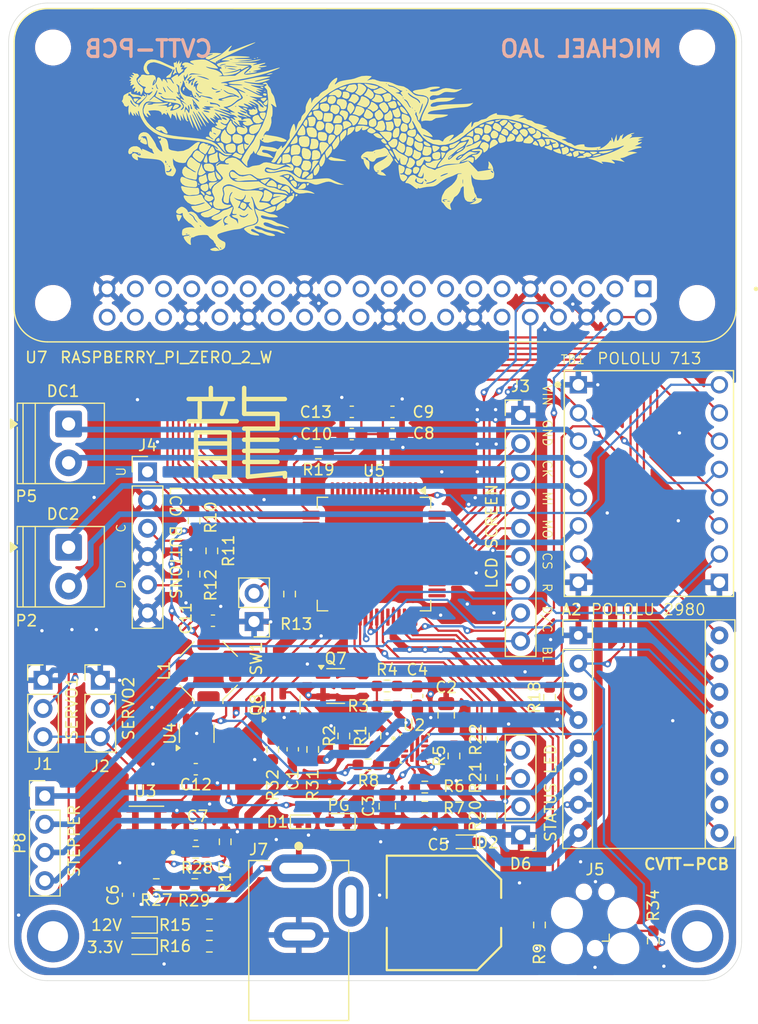
<source format=kicad_pcb>
(kicad_pcb (version 20241229) (generator "pcbnew") (generator_version "9.0")
  (layers (0 "F.Cu" signal) (4 "In1.Cu" signal) (6 "In2.Cu" signal) (2 "B.Cu" signal) (13 "F.Paste" user) (15 "B.Paste" user) (5 "F.SilkS" user "F.Silkscreen") (7 "B.SilkS" user "B.Silkscreen") (1 "F.Mask" user) (3 "B.Mask" user) (25 "Edge.Cuts" user))
  (net 0 "")
  (net 2 "/DRV_DIR")
  (net 3 "/DRV_SLEEP")
  (net 4 "GND")
  (net 5 "+3.3V")
  (net 6 "Net-(A2-2B)")
  (net 8 "Net-(A2-2A)")
  (net 9 "Net-(A2-1A)")
  (net 10 "/+12V MOTOR")
  (net 12 "/DRV_STEP")
  (net 13 "Net-(A2-1B)")
  (net 14 "/DRV_EN")
  (net 15 "+12V")
  (net 16 "Net-(U2-ITIMER)")
  (net 17 "Net-(U2-DVDT)")
  (net 18 "+5V")
  (net 19 "/LCD_RESET")
  (net 20 "/LCD_CS")
  (net 21 "/LCD_MOSI")
  (net 22 "/LCD_LED")
  (net 23 "/LCD_SCK")
  (net 24 "/LCD_MISO")
  (net 25 "/LCD_DC{slash}RS")
  (net 26 "/PA14_SWKCLK")
  (net 27 "/PA13_SWDIO")
  (net 28 "Net-(U4-SW)")
  (net 29 "Net-(P2-B1)")
  (net 30 "Net-(P2-B2)")
  (net 31 "/SERVO1_PWM")
  (net 32 "/SERVO2_PWM")
  (net 33 "Net-(P5-A2)")
  (net 34 "Net-(P5-A1)")
  (net 35 "Net-(Q7-D)")
  (net 36 "Net-(Q7-G)")
  (net 37 "Net-(U2-OVLO)")
  (net 38 "Net-(U2-ILM)")
  (net 39 "Net-(U2-PGTH)")
  (net 40 "Net-(U3-FB)")
  (net 55 "unconnected-(U5-PA10{slash}PA12-Pad44)")
  (net 67 "/UART_TX")
  (net 75 "/UART_RX")
  (net 92 "/BIN1")
  (net 93 "/DRV_RST")
  (net 94 "/AIN2")
  (net 95 "/AIN1")
  (net 96 "Net-(U3-AAM)")
  (net 97 "/BIN2")
  (net 98 "/STBY")
  (net 102 "/EFUSE_EN")
  (net 103 "/PG")
  (net 104 "Net-(U3-EN)")
  (net 105 "/LCD_BUTTONC")
  (net 106 "/LCD_BUTTOND")
  (net 107 "/LCD_BUTTONU")
  (net 108 "Net-(J5-~{RESET})")
  (net 110 "/CV_MODE")
  (net 111 "Net-(D3-K)")
  (net 112 "Net-(D4-K)")
  (net 113 "/PMWA")
  (net 114 "/PMWB")
  (net 119 "Net-(D6-BA)")
  (net 120 "Net-(D6-GA)")
  (net 121 "Net-(D6-RA)")
  (net 122 "/LED_R")
  (net 123 "/LED_G")
  (net 124 "/LED_B")
  (footprint "Resistor_SMD:R_0603_1608Metric_Pad0.98x0.95mm_HandSolder" (layer "F.Cu") (at 122.7625 131.85)
    (property "Reference" "R29")
    (property "Value" "51k")
  )
  (footprint "Resistor_SMD:R_0603_1608Metric_Pad0.98x0.95mm_HandSolder" (layer "F.Cu") (at 119.3 131.85)
    (property "Reference" "R27")
    (property "Value" "100k")
  )
  (footprint "Local:IC_TPS25974ARPWR" (layer "F.Cu") (at 142.56 119.6)
    (property "Reference" "U2")
    (property "Value" "TPS259474ARPWR")
  )
  (footprint "Resistor_SMD:R_0603_1608Metric_Pad0.98x0.95mm_HandSolder" (layer "F.Cu") (at 140.0725 113.975)
    (property "Reference" "R4")
    (property "Value" "147k")
  )
  (footprint "Module:Pololu_Breakout-16_15.2x20.3mm" (layer "F.Cu") (at 157.3 109.42)
    (property "Reference" "A2")
    (property "Value" "POLOLU 2980")
  )
  (footprint "Capacitor_SMD:C_0603_1608Metric_Pad1.08x0.95mm_HandSolder" (layer "F.Cu") (at 122.855 121.465)
    (property "Reference" "C12")
    (property "Value" "4.7µF")
  )
  (footprint "Local:MODULE_RASPBERRY_PI_ZERO_2_W" (layer "F.Cu") (at 139 68 180)
    (property "Reference" "U7")
    (property "Value" "RASPBERRY_PI_ZERO_2_W")
  )
  (footprint "Resistor_SMD:R_0603_1608Metric_Pad0.98x0.95mm_HandSolder" (layer "F.Cu") (at 125.5 128 90)
    (property "Reference" "R17")
    (property "Value" "53.6k")
  )
  (footprint "Graphics:long" (layer "F.Cu") (at 139.9 65.5)
    (property "Reference" "G***" (hide yes))
    (property "Value" "LOGO" (hide yes))
  )
  (footprint "Local:UD_10X10_" (layer "F.Cu") (at 145.2 134.4)
    (property "Reference" "C5")
    (property "Value" "470µF")
  )
  (footprint "Resistor_SMD:R_0603_1608Metric_Pad0.98x0.95mm_HandSolder" (layer "F.Cu") (at 122.7 99.1 90)
    (property "Reference" "R10")
    (property "Value" "10k")
  )
  (footprint "Capacitor_SMD:C_0603_1608Metric_Pad1.08x0.95mm_HandSolder" (layer "F.Cu") (at 124.4 108.1)
    (property "Reference" "C11")
    (property "Value" "10µF")
  )
  (footprint "MountingHole:MountingHole_2.7mm_M2.5_DIN965_Pad" (layer "F.Cu") (at 168 136.5)
    (property "Reference" "REF**" (hide yes))
    (property "Value" "MountingHole_2.7mm_M2.5_DIN965_Pad" (hide yes))
  )
  (footprint "Capacitor_SMD:C_0603_1608Metric_Pad1.08x0.95mm_HandSolder" (layer "F.Cu") (at 131.585 119.675 90)
    (property "Reference" "C1")
    (property "Value" "1µF")
  )
  (footprint "Resistor_SMD:R_0603_1608Metric_Pad0.98x0.95mm_HandSolder" (layer "F.Cu") (at 138.3725 121.075)
    (property "Reference" "R8")
    (property "Value" "3.3k")
  )
  (footprint "Resistor_SMD:R_0603_1608Metric_Pad0.98x0.95mm_HandSolder" (layer "F.Cu") (at 154.71 115 -90)
    (property "Reference" "R18")
    (property "Value" "10k")
  )
  (footprint "Resistor_SMD:R_0603_1608Metric_Pad0.98x0.95mm_HandSolder" (layer "F.Cu") (at 133.385 119.6875 90)
    (property "Reference" "R31")
    (property "Value" "100k")
  )
  (footprint "Capacitor_SMD:C_0603_1608Metric_Pad1.08x0.95mm_HandSolder" (layer "F.Cu") (at 136.9 91.3 180)
    (property "Reference" "C10")
    (property "Value" "100nF")
  )
  (footprint "Resistor_SMD:R_0603_1608Metric_Pad0.98x0.95mm_HandSolder" (layer "F.Cu") (at 143.4725 123.075 180)
    (property "Reference" "R6")
    (property "Value" "49.9k")
  )
  (footprint "Resistor_SMD:R_0603_1608Metric_Pad0.98x0.95mm_HandSolder" (layer "F.Cu") (at 129.785 119.6875 -90)
    (property "Reference" "R32")
    (property "Value" "10k")
  )
  (footprint "TerminalBlock_Phoenix:TerminalBlock_Phoenix_PT-1,5-2-3.5-H_1x02_P3.50mm_Horizontal" (layer "F.Cu") (at 111.4 101.49 -90)
    (property "Reference" "P2")
    (property "Value" "DC2")
  )
  (footprint "Resistor_SMD:R_0603_1608Metric_Pad0.98x0.95mm_HandSolder" (layer "F.Cu") (at 149.49 118.8 90)
    (property "Reference" "R22")
    (property "Value" "100")
  )
  (footprint "Connector:Tag-Connect_TC2030-IDC-FP_2x03_P1.27mm_Vertical" (layer "F.Cu") (at 158.814 135.04 90)
    (property "Reference" "J5")
    (property "Value" "Conn_ARM_SWD_TagConnect_TC2030" (hide yes))
  )
  (footprint "Capacitor_SMD:C_0603_1608Metric_Pad1.08x0.95mm_HandSolder" (layer "F.Cu") (at 136.9 89.3 180)
    (property "Reference" "C13")
    (property "Value" "1µF")
  )
  (footprint "Resistor_SMD:R_0603_1608Metric_Pad0.98x0.95mm_HandSolder" (layer "F.Cu") (at 122.85 128.95 180)
    (property "Reference" "R28")
    (property "Value" "270k")
  )
  (footprint "Local:CONV_MPM3610GQV-P" (layer "F.Cu") (at 118.4125 127.35 180)
    (property "Reference" "U3")
    (property "Value" "MPM3610GQV-P")
  )
  (footprint "Resistor_SMD:R_0603_1608Metric_Pad0.98x0.95mm_HandSolder" (layer "F.Cu") (at 146.1 120.275 -90)
    (property "Reference" "R5")
    (property "Value" "510")
  )
  (footprint "Resistor_SMD:R_0603_1608Metric_Pad0.98x0.95mm_HandSolder" (layer "F.Cu") (at 124.3 101.8125 90)
    (property "Reference" "R11")
    (property "Value" "10k")
  )
  (footprint "Resistor_SMD:R_0603_1608Metric_Pad0.98x0.95mm_HandSolder" (layer "F.Cu") (at 149.46 125.67 90)
    (property "Reference" "R20")
    (property "Value" "160")
  )
  (footprint "Capacitor_SMD:C_0603_1608Metric_Pad1.08x0.95mm_HandSolder" (layer "F.Cu") (at 142.785 114.875 90)
    (property "Reference" "C4")
    (property "Value" "1µF")
  )
  (footprint "TerminalBlock_Phoenix:TerminalBlock_Phoenix_PT-1,5-2-3.5-H_1x02_P3.50mm_Horizontal" (layer "F.Cu") (at 111.4 90.39 -90)
    (property "Reference" "P5")
    (property "Value" "DC1")
  )
  (footprint "Capacitor_SMD:C_0805_2012Metric_Pad1.18x1.45mm_HandSolder" (layer "F.Cu") (at 145.4 116.6 90)
    (property "Reference" "C2")
    (property "Value" "2.2nF")
  )
  (footprint "Resistor_SMD:R_0603_1608Metric_Pad0.98x0.95mm_HandSolder" (layer "F.Cu") (at 133.8875 93 180)
    (property "Reference" "R19")
    (property "Value" "10k")
  )
  (footprint "Capacitor_SMD:C_0603_1608Metric_Pad1.08x0.95mm_HandSolder" (layer "F.Cu") (at 140.5625 89.3)
    (property "Reference" "C9")
    (property "Value" "100nF")
  )
  (footprint "MountingHole:MountingHole_2.7mm_M2.5_DIN965_Pad" (layer "F.Cu") (at 110 136.5)
    (property "Reference" "REF**" (hide yes))
    (property "Value" "MountingHole_2.7mm_M2.5_DIN965_Pad" (hide yes))
  )
  (footprint "Capacitor_SMD:C_0603_1608Metric_Pad1.08x0.95mm_HandSolder" (layer "F.Cu") (at 122.8625 127.35 180)
    (property "Reference" "C7")
    (property "Value" "22µF")
  )
  (footprint "Connector_PinHeader_2.54mm:PinHeader_1x06_P2.54mm_Vertical" (layer "F.Cu") (at 118.51 94.7)
    (property "Reference" "J4")
    (property "Value" "LCD BUTTONS")
  )
  (footprint "Capacitor_SMD:C_0603_1608Metric_Pad1.08x0.95mm_HandSolder" (layer "F.Cu") (at 116.7525 132.77 -90)
    (property "Reference" "C6")
    (property "Value" "10µF")
  )
  (footprint "Connector_PinHeader_2.54mm:PinHeader_1x04_P2.54mm_Vertical" (layer "F.Cu") (at 109.2575 123.88)
    (property "Reference" "P8")
    (property "Value" "STEPPER")
  )
  (footprint "Resistor_SMD:R_0603_1608Metric_Pad0.98x0.95mm_HandSolder" (layer "F.Cu") (at 122.7 103.9125 -90)
    (property "Reference" "R12")
    (property "Value" "10k")
  )
  (footprint "LED_SMD:LED_0603_1608Metric" (layer "F.Cu") (at 135.7125 126.2 180)
    (property "Reference" "D5" (hide yes))
    (property "Value" "PG")
  )
  (footprint "Local:SHIELD_POLOLU-713" (layer "F.Cu") (at 163.65 95.75)
    (property "Reference" "TB1")
    (property "Value" "POLOLU 713")
  )
  (footprint "Resistor_SMD:R_0603_1608Metric_Pad0.98x0.95mm_HandSolder" (layer "F.Cu") (at 153.8 135.4875 -90)
    (property "Reference" "R9")
    (property "Value" "10k")
  )
  (footprint "Local:CUI_PJ-002B" (layer "F.Cu") (at 132.125 130.3875 -90)
    (property "Reference" "J7")
    (property "Value" "Barrel_Jack")
  )
  (footprint "Capacitor_SMD:C_0805_2012Metric_Pad1.18x1.45mm_HandSolder" (layer "F.Cu") (at 140.1 124.8 -90)
    (property "Reference" "C3")
    (property "Value" "3.3nF")
  )
  (footprint "Connector_PinHeader_2.54mm:PinHeader_1x09_P2.54mm_Vertical" (layer "F.Cu") (at 152.1 89.62)
    (property "Reference" "J3")
    (property "Value" "LCD SCREEN")
  )
  (footprint "Package_TO_SOT_SMD:SOT-23-3" (layer "F.Cu") (at 130.685 115.675 90)
    (property "Reference" "Q8")
    (property "Value" "BSS138")
  )
  (footprint "Resistor_SMD:R_0603_1608Metric_Pad0.98x0.95mm_HandSolder" (layer "F.Cu") (at 149.47 122.22 90)
    (property "Reference" "R21")
    (property "Value" "100")
  )
  (footprint "Resistor_SMD:R_0603_1608Metric_Pad0.98x0.95mm_HandSolder" (layer "F.Cu") (at 164.05 136.93 90)
    (property "Reference" "R34")
    (property "Value" "10k")
  )
  (footprint "Resistor_SMD:R_0603_1608Metric_Pad0.98x0.95mm_HandSolder" (layer "F.Cu") (at 131.3 105.7 90)
    (property "Reference" "R13")
    (property "Value" "10k")
  )
  (footprint "LED_SMD:LED_0603_1608Metric" (layer "F.Cu") (at 117.9 137.4 180)
    (property "Reference" "D4" (hide yes))
    (property "Value" "3.3V")
  )
  (footprint "Resistor_SMD:R_0603_1608Metric_Pad0.98x0.95mm_HandSolder" (layer "F.Cu") (at 124.0875 135.4875)
    (property "Reference" "R15")
    (property "Value" "1k")
  )
  (footprint "Package_TO_SOT_SMD:SOT-23-3" (layer "F.Cu") (at 135.4475 113.975)
    (property "Reference" "Q7")
    (property "Value" "BSS138")
  )
  (footprint "Resistor_SMD:R_0603_1608Metric_Pad0.98x0.95mm_HandSolder" (layer "F.Cu") (at 143.4725 124.875)
    (property "Reference" "R7")
    (property "Value" "6.81k")
  )
  (footprint "Capacitor_SMD:C_0603_1608Metric_Pad1.08x0.95mm_HandSolder" (layer "F.Cu") (at 140.5625 91.3)
    (property "Reference" "C8")
    (property "Value" "100nF")
  )
  (footprint "Resistor_SMD:R_0603_1608Metric_Pad0.98x0.95mm_HandSolder" (layer "F.Cu") (at 138.985 118.475 -90)
    (property "Reference" "R1")
    (property "Value" "499k")
  )
  (footprint "Resistor_SMD:R_0603_1608Metric_Pad0.98x0.95mm_HandSolder" (layer "F.Cu") (at 140.0725 115.775 180)
    (property "Reference" "R3")
    (property "Value" "1M")
  )
  (footprint "Resistor_SMD:R_0603_1608Metric_Pad0.98x0.95mm_HandSolder" (layer "F.Cu") (at 124.075 137.4)
    (property "Reference" "R16")
    (property "Value" "1k")
  )
  (footprint "Inductor_SMD:L_Bourns_SRU5016_5.2x5.2mm" (layer "F.Cu") (at 124 112.6 90)
    (property "Reference" "L1")
    (property "Value" "10µH")
  )
  (footprint "Resistor_SMD:R_0603_1608Metric_Pad0.98x0.95mm_HandSolder" (layer "F.Cu") (at 136.185 118.475 90)
    (property "Reference" "R2")
    (property "Value" "43.2k")
  )
  (footprint "Connector_PinHeader_2.54mm:PinHeader_1x03_P2.54mm_Vertical" (layer "F.Cu") (at 114.2575 113.46)
    (property "Reference" "J2")
    (property "Value" "SERVO2")
  )
  (footprint "Connector_PinHeader_2.54mm:PinHeader_1x02_P2.54mm_Vertical" (layer "F.Cu") (at 128.1 108.175 180)
    (property "Reference" "SW1")
    (property "Value" "SW_SPST")
  )
  (footprint "Diode_SMD:Nexperia_DSN1608-2_1.6x0.8mm" (layer "F.Cu") (at 147.095 128 180)
    (property "Reference" "D2")
    (property "Value" "PTVS20VZ1USK")
  )
  (footprint "Package_QFP:LQFP-64_10x10mm_P0.5mm" (layer "F.Cu") (at 138.9 102.1 -90)
    (property "Reference" "U5")
    (property "Value" "STM32G0B1RET6")
  )
  (footprint "Diode_SMD:Nexperia_DSN1608-2_1.6x0.8mm" (layer "F.Cu") (at 132.385 126.2)
    (property "Reference" "D1")
    (property "Value" "PTVS20VZ1USK")
  )
  (footprint "Package_TO_SOT_SMD:SOT-23-5" (layer "F.Cu") (at 122.935 118.2525 90)
    (property "Reference" "U4")
    (property "Value" "TPS62203DBV")
  )
  (footprint "LED_SMD:LED_0603_1608Metric" (layer "F.Cu") (at 117.9 135.4875 180)
    (property "Reference" "D3" (hide yes))
    (property "Value" "12V")
  )
  (footprint "Connector_PinHeader_2.54mm:PinHeader_1x04_P2.54mm_Vertical" (layer "F.Cu") (at 152.1 127.38 180)
    (property "Reference" "D6")
    (property "Value" "STATUS LED")
  )
  (footprint "Connector_PinHeader_2.54mm:PinHeader_1x03_P2.54mm_Vertical" (layer "F.Cu") (at 109.1 113.46)
    (property "Reference" "J1")
    (property "Value" "SERVO1")
  )
  (gr_line (start 142.795 120.45125) (end 142.795 121.095) (stroke (width 0.3048)) (layer "F.Cu") (net 10))
  (gr_line (start 142.315 117.775) (end 142.315 120.485) (stroke (width 0.31)) (layer "F.Cu") (net 111))
  (gr_poly (pts (xy 118.0125 131.57) (xy 118.6325 130.18) (xy 118.6925 130.18) (xy 118.7725 131.57)) (stroke (width 0.2)) (fill yes) (layer "F.Cu") (net 15))
  (gr_poly (pts (xy 144.099041 123.390915) (xy 142.748769 121.137223) (xy 142.867128 121.109606) (xy 144.671623 122.648556)) (stroke (width 0.2)) (fill yes) (layer "F.Cu") (net 10))
  (gr_poly (pts (xy 144.675 120.335) (xy 144.085 119.875) (xy 144.237 119.815) (xy 144.469423 119.815) (xy 144.945 120.045376)) (stroke (width 0.2)) (fill yes) (layer "F.Cu") (net 4))
  (gr_poly (pts (xy 142.745 118.791692) (xy 142.745 117.481179) (xy 142.425 116.511692) (xy 143.215 116.397463) (xy 143.215 117.469214) (xy 142.780162 118.791692)) (stroke (width 0.2)) (fill yes) (layer "F.Cu") (net 10))
  (gr_line (start 143.565 119.835) (end 144.385 119.835) (stroke (width 0.24)) (layer "F.Cu") (net 4))
  (gr_line (start 138.65 96.2) (end 138.65 94.6) (stroke (width 0.3)) (layer "F.Cu") (net 4))
  (gr_line (start 106 137) (end 106 56) (stroke (width 0.05)) (layer "Edge.Cuts"))
  (gr_line (start 172 56) (end 172 137) (stroke (width 0.05)) (layer "Edge.Cuts"))
  (gr_line (start 109.5 52.5) (end 168.5 52.5) (stroke (width 0.05)) (layer "Edge.Cuts"))
  (gr_arc (start 168.5 52.5) (mid 170.974874 53.525126) (end 172 56) (stroke (width 0.05)) (layer "Edge.Cuts"))
  (gr_arc (start 172 137) (mid 170.974874 139.474874) (end 168.5 140.5) (stroke (width 0.05)) (layer "Edge.Cuts"))
  (gr_line (start 168.5 140.5) (end 109.5 140.5) (stroke (width 0.05)) (layer "Edge.Cuts"))
  (gr_arc (start 106 56) (mid 107.025126 53.525126) (end 109.5 52.5) (stroke (width 0.05)) (layer "Edge.Cuts"))
  (gr_arc (start 109.5 140.5) (mid 107.025126 139.474874) (end 106 137) (stroke (width 0.05)) (layer "Edge.Cuts"))
  (gr_text "龍" (at 121.28 96.02 0) (layer "F.SilkS") (effects (font (size 7 7) (thickness 0.4)) (justify left bottom)))
  (gr_text "CVTT-PCB" (at 163.1 130.6 0) (layer "F.SilkS") (effects (font (size 1 1) (thickness 0.2) (bold yes)) (justify left bottom)))
  (gr_text "VIN  GND  CK  MI  MO  CS  R  D/C  BL" (at 154.02 86.79 270) (layer "F.SilkS") (effects (font (size 0.8 0.8) (thickness 0.1)) (justify left bottom)))
  (gr_text "D       C       U" (at 116.6 105.3 90) (layer "F.SilkS") (effects (font (size 0.8 0.8) (thickness 0.1)) (justify left bottom)))
  (gr_text "CVTT-PCB" (at 124.5 57.5 0) (layer "B.SilkS") (effects (font (size 1.5 1.5) (thickness 0.3) (bold yes)) (justify left bottom mirror)))
  (gr_text "MICHAEL JAO" (at 165 57.5 0) (layer "B.SilkS") (effects (font (size 1.5 1.5) (thickness 0.3) (bold yes)) (justify left bottom mirror)))
  (segment (start 125.8 84.6) (end 160 84.6) (width 0.2) (layer "F.Cu") (net 2))
  (segment (start 133.225 99.35) (end 128.25 99.35) (width 0.2) (layer "F.Cu") (net 2))
  (segment (start 122.3 88.1) (end 125.8 84.6) (width 0.2) (layer "F.Cu") (net 2))
  (segment (start 160 84.6) (end 163.2 87.8) (width 0.2) (layer "F.Cu") (net 2))
  (segment (start 163.2 102.62) (end 170 109.42) (width 0.2) (layer "F.Cu") (net 2))
  (segment (start 163.2 87.8) (end 163.2 102.62) (width 0.2) (layer "F.Cu") (net 2))
  (segment (start 122.3 93.4) (end 122.3 88.1) (width 0.2) (layer "F.Cu") (net 2))
  (segment (start 128.25 99.35) (end 122.3 93.4) (width 0.2) (layer "F.Cu") (net 2))
  (segment (start 138.6 109.1) (end 138.6 107.825) (width 0.2) (layer "F.Cu") (net 3))
  (segment (start 138.6 107.825) (end 138.65 107.775) (width 0.2) (layer "F.Cu") (net 3))
  (via (at 138.6 109.1) (size 0.6) (drill 0.3) (layers "F.Cu" "B.Cu") (net 3))
  (segment (start 141.87 106.22) (end 145.499232 106.22) (width 0.2) (layer "B.Cu") (net 3))
  (segment (start 138.99 109.1) (end 141.87 106.22) (width 0.2) (layer "B.Cu") (net 3))
  (segment (start 163.6 108.1) (end 170 114.5) (width 0.2) (layer "B.Cu") (net 3))
  (segment (start 145.499232 106.22) (end 147.979232 108.7) (width 0.2) (layer "B.Cu") (net 3))
  (segment (start 147.979232 108.7) (end 154.7 108.7) (width 0.2) (layer "B.Cu") (net 3))
  (segment (start 138.6 109.1) (end 138.99 109.1) (width 0.2) (layer "B.Cu") (net 3))
  (segment (start 154.7 108.7) (end 155.3 108.1) (width 0.2) (layer "B.Cu") (net 3))
  (segment (start 155.3 108.1) (end 163.6 108.1) (width 0.2) (layer "B.Cu") (net 3))
  (segment (start 131.585 118.8125) (end 131.585 116.8625) (width 0.508) (layer "F.Cu") (net 4))
  (segment (start 131.635 116.8125) (end 130.8125 116.8125) (width 0.508) (layer "F.Cu") (net 4))
  (segment (start 154.71 115.9125) (end 154.71 116.31) (width 0.508) (layer "F.Cu") (net 4))
  (segment (start 133 127.4) (end 132.985 127.385) (width 0.508) (layer "F.Cu") (net 4))
  (segment (start 131.585 116.8625) (end 131.635 116.8125) (width 0.508) (layer "F.Cu") (net 4))
  (segment (start 142.7475 113.975) (end 142.785 114.0125) (width 0.508) (layer "F.Cu") (net 4))
  (segment (start 124.9875 135.5) (end 125 135.4875) (width 0.508) (layer "F.Cu") (net 4))
  (segment (start 129.575 108.175) (end 129.6 108.2) (width 0.508) (layer "F.Cu") (net 4))
  (segment (start 120.8 127.6) (end 119.6625 127.6) (width 0.508) (layer "F.Cu") (net 4))
  (segment (start 128.1 108.2) (end 128.125 108.175) (width 0.508) (layer "F.Cu") (net 4))
  (segment (start 159.449 133.77) (end 158.8297 133.1507) (width 0.508) (layer "F.Cu") (net 4))
  (segment (start 158.05 80.77) (end 157.97 80.77) (width 0.508) (layer "F.Cu") (net 4))
  (segment (start 157.97 80.77) (end 156.8 79.6) (width 0.508) (layer "F.Cu") (net 4))
  (segment (start 146.495 128) (end 145.5 128) (width 0.508) (layer "F.Cu") (net 4))
  (segment (start 121.75 127.6) (end 120.8 127.6) (width 0.508) (layer "F.Cu") (net 4))
  (segment (start 157.3 109.42) (end 157.3 106.7) (width 0.508) (layer "F.Cu") (net 4))
  (segment (start 159.05 86.86) (end 157.3 86.86) (width 0.508) (layer "F.Cu") (net 4))
  (segment (start 153.56 137.59) (end 153.8 137.35) (width 0.508) (layer "F.Cu") (net 4))
  (segment (start 122 127.35) (end 121.75 127.6) (width 0.508) (layer "F.Cu") (net 4))
  (segment (start 116 113.46) (end 114.2575 113.46) (width 0.508) (layer "F.Cu") (net 4))
  (segment (start 117.1625 129.8) (end 117.1625 129.1) (width 0.508) (layer "F.Cu") (net 4))
  (segment (start 125.5875 127.0875) (end 125.5 127.0875) (width 0.508) (layer "F.Cu") (net 4))
  (segment (start 117.1625 129.8) (end 117.5825 129.8) (width 0.508) (layer "F.Cu") (net 4))
  (segment (start 126.6 127.1) (end 125.6 127.1) (width 0.508) (layer "F.Cu") (net 4))
  (segment (start 123.675 130.51) (end 123.675 131.85) (width 0.508) (layer "F.Cu") (net 4))
  (segment (start 153.8 137.35) (end 153.8 136.4) (width 0.508) (layer "F.Cu") (net 4))
  (segment (start 117.1625 129.1) (end 116.9625 128.9) (width 0.508) (layer "F.Cu") (net 4))
  (segment (start 158.8297 131.6003) (end 158.84 131.59) (width 0.508) (layer "F.Cu") (net 4))
  (segment (start 139.4 132.8) (end 141 134.4) (width 0.508) (layer "F.Cu") (net 4))
  (segment (start 128.125 108.175) (end 129.575 108.175) (width 0.508) (layer "F.Cu") (net 4))
  (segment (start 122.935 119.39) (end 122.935 118.245) (width 0.508) (layer "F.Cu") (net 4))
  (segment (start 117.9325 133.6325) (end 116.7525 133.6325) (width 0.508) (layer "F.Cu") (net 4))
  (segment (start 135.0375 117.5625) (end 136.185 117.5625) (width 0.508) (layer "F.Cu") (net 4))
  (segment (start 158.8297 133.1507) (end 158.8297 131.6003) (width 0.508) (layer "F.Cu") (net 4))
  (segment (start 144.385 124.875) (end 144.385 126.885) (width 0.508) (layer "F.Cu") (net 4))
  (segment (start 132.985 127.385) (end 132.985 126.2) (width 0.508) (layer "F.Cu") (net 4))
  (segment (start 154.71 116.31) (end 155.4 117) (width 0.508) (layer "F.Cu") (net 4))
  (segment (start 156.3 124.66) (end 157.3 124.66) (width 0.508) (layer "F.Cu") (net 4))
  (segment (start 125.6 127.1) (end 125.5875 127.0875) (width 0.508) (layer "F.Cu") (net 4))
  (segment (start 140.985 113.975) (end 142.7475 113.975) (width 0.508) (layer "F.Cu") (net 4))
  (segment (start 157.3 106.7) (end 157.3 104.64) (width 0.508) (layer "F.Cu") (net 4))
  (segment (start 124.9875 137.4) (end 124.9875 135.5) (width 0.508) (layer "F.Cu") (net 4))
  (segment (start 128.16 120.6) (end 129.785 120.6) (width 0.508) (layer "F.Cu") (net 4))
  (segment (start 128.1 108.175) (end 128.1 108.2) (width 0.508) (layer "F.Cu") (net 4))
  (via (at 165 139.2) (size 0.6) (drill 0.3) (layers "F.Cu" "B.Cu") (net 4))
  (via (at 166.4 91.2) (size 0.6) (drill 0.3) (layers "F.Cu" "B.Cu") (net 4))
  (via (at 148.2 89.1) (size 0.6) (drill 0.3) (layers "F.Cu" "B.Cu") (net 4))
  (via (at 128.16 120.6) (size 0.6) (drill 0.3) (layers "F.Cu" "B.Cu") (net 4))
  (via (at 111.7 108.9) (size 0.6) (drill 0.3) (layers "F.Cu" "B.Cu") (net 4))
  (via (at 113.7 97) (size 0.6) (drill 0.3) (layers "F.Cu" "B.Cu") (net 4))
  (via (at 139.4 132.8) (size 0.6) (drill 0.3) (layers "F.Cu" "B.Cu") (net 4))
  (via (at 144.825 120.205) (size 0.6) (drill 0.3) (layers "F.Cu" "B.Cu") (net 4))
  (via (at 157.5 129.8) (size 0.6) (drill 0.3) (layers "F.Cu" "B.Cu") (net 4))
  (via (at 149.85 89.1) (size 0.6) (drill 0.3) (layers "F.Cu" "B.Cu") (net 4))
  (via (at 159.05 86.86) (size 0.6) (drill 0.3) (layers "F.Cu" "B.Cu") (net 4))
  (via (at 156.8 79.6) (size 0.6) (drill 0.3) (layers "F.Cu" "B.Cu") (net 4))
  (via (at 145.5 128) (size 0.6) (drill 0.3) (layers "F.Cu" "B.Cu") (net 4))
  (via (at 150.7 124.36) (size 0.6) (drill 0.3) (layers "F.Cu" "B.Cu") (net 4))
  (via (at 133.93 79.53) (size 0.6) (drill 0.3) (layers "F.Cu" "B.Cu") (net 4))
  (via (at 157.3 106.7) (size 0.6) (drill 0.3) (layers "F.Cu" "B.Cu") (net 4))
  (via (at 119 121) (size 0.6) (drill 0.3) (layers "F.Cu" "B.Cu") (net 4))
  (via (at 151.02 117.4) (size 0.6) (drill 0.3) (layers "F.Cu" "B.Cu") (net 4))
  (via (at 106.9 134.6) (size 0.6) (drill 0.3) (layers "F.Cu" "B.Cu") (net 4))
  (via (at 116 129.9) (size 0.6) (drill 0.3) (layers "F.Cu" "B.Cu") (net 4))
  (via (at 133 127.4) (size 0.6) (drill 0.3) (layers "F.Cu" "B.Cu") (net 4))
  (via (at 144.385 126.885) (size 0.6) (drill 0.3) (layers "F.Cu" "B.Cu") (net 4))
  (via (at 149.85 90) (size 0.6) (drill 0.3) (layers "F.Cu" "B.Cu") (net 4))
  (via (at 124.1 124.6) (size 0.6) (drill 0.3) (layers "F.Cu" "B.Cu") (net 4))
  (via (at 139.5 128) (size 0.6) (drill 0.3) (layers "F.Cu" "B.Cu") (net 4))
  (via (at 126.5 116.4) (size 0.6) (drill 0.3) (layers "F.Cu" "B.Cu") (net 4))
  (via (at 143.5 110.7) (size 0.6) (drill 0.3) (layers "F.Cu" "B.Cu") (net 4))
  (via (at 154.3 81.9) (size 0.6) (drill 0.3) (layers "F.Cu" "B.Cu") (net 4))
  (via (at 149.9 92.2) (size 0.6) (drill 0.3) (layers "F.Cu" "B.Cu") (net 4))
  (via (at 122.935 118.245) (size 0.6) (drill 0.3) (layers "F.Cu" "B.Cu") (net 4))
  (via (at 146.3 122.5) (size 0.6) (drill 0.3) (layers "F.Cu" "B.Cu") (net 4))
  (via (at 129.6 108.2) (size 0.6) (drill 0.3) (layers "F.Cu" "B.Cu") (net 4))
  (via (at 150.970756 87.50732) (size 0.6) (drill 0.3) (layers "F.Cu" "B.Cu") (net 4))
  (via (at 113.9 108.9) (size 0.6) (drill 0.3) (layers "F.Cu" "B.Cu") (net 4))
  (via (at 148.2 90) (size 0.6) (drill 0.3) (layers "F.Cu" "B.Cu") (net 4))
  (via (at 158.8 139.3) (size 0.6) (drill 0.3) (layers "F.Cu" "B.Cu") (net 4))
  (via (at 141.5 92.5) (size 0.6) (drill 0.3) (layers "F.Cu" "B.Cu") (net 4))
  (via (at 149.7 107.4) (size 0.6) (drill 0.3) (layers "F.Cu" "B.Cu") (net 4))
  (via (at 166.3 99.1) (size 0.6) (drill 0.3) (layers "F.Cu" "B.Cu") (net 4))
  (via (at 140.2 122.1) (size 0.6) (drill 0.3) (layers "F.Cu" "B.Cu") (net 4))
  (via (at 144.9 107.6) (size 0.6) (drill 0.3) (layers "F.Cu" "B.Cu") (net 4))
  (via (at 119.4 92) (size 0.6) (drill 0.3) (layers "F.Cu" "B.Cu") (net 4))
  (via (at 156.3 124.66) (size 0.6) (drill 0.3) (layers "F.Cu" "B.Cu") (net 4))
  (via (at 150.72 121.03) (size 0.6) (drill 0.3) (layers "F.Cu" "B.Cu") (net 4))
  (via (at 134.9 122.6) (size 0.6) (drill 0.3) (layers "F.Cu" "B.Cu") (net 4))
  (via (at 148.2 92.2) (size 0.6) (drill 0.3) (layers "F.Cu" "B.Cu") (net 4))
  (via (at 130.8125 116.8125) (size 0.6) (drill 0.3) (layers "F.Cu" "B.Cu") (net 4))
  (via (at 122.4 101.7) (size 0.6) (drill 0.3) (layers "F.Cu" "B.Cu") (net 4))
  (via (at 165.8 117.1) (size 0.6) (drill 0.3) (layers "F.Cu" "B.Cu") (net 4))
  (via (at 149.6 101.77) (size 0.6) (drill 0.3) (layers "F.Cu" "B.Cu") (net 4))
  (via (at 117.6 88.2) (size 0.6) (drill 0.3) (layers "F.Cu" "B.Cu") (net 4))
  (via (at 148.01 97.03) (size 0.6) (drill 0.3) (layers "F.Cu" "B.Cu") (net 4))
  (via (at 155.4 117) (size 0.6) (drill 0.3) (layers "F.Cu" "B.Cu") (net 4))
  (via (at 134.14 109.47) (size 0.6) (drill 0.3) (layers "F.Cu" "B.Cu") (net 4))
  (via (at 144.9 110.7) (size 0.6) (drill 0.3) (layers "F.Cu" "B.Cu") (net 4))
  (via (at 125.1 106.81) (size 0.6) (drill 0.3) (layers "F.Cu" "B.Cu") (net 4))
  (via (at 131.8 91.7) (size 0.6) (drill 0.3) (layers "F.Cu" "B.Cu") (net 4))
  (via (at 132.9 112) (size 0.6) (drill 0.3) (layers "F.Cu" "B.Cu") (net 4))
  (via (at 123.675 130.51) (size 0.6) (drill 0.3) (layers "F.Cu" "B.Cu") (net 4))
  (via (at 159.9 98.4) (size 0.6) (drill 0.3) (layers "F.Cu" "B.Cu") (net 4))
  (via (at 135.0375 117.5625) (size 0.6) (drill 0.3) (layers "F.Cu" "B.Cu") (net 4))
  (via (at 152 131.7) (size 0.6) (drill 0.3) (layers "F.Cu" "B.Cu") (net 4))
  (via (at 152.5 112.7) (size 0.6) (drill 0.3) (layers "F.Cu" "B.Cu") (net 4))
  (via (at 121.15 125.18) (size 0.6) (drill 0.3) (layers "F.Cu" "B.Cu") (net 4))
  (via (at 121.97 106.49) (size 0.6) (drill 0.3) (layers "F.Cu" "B.Cu") (net 4))
  (via (at 124.8 122.7) (size 0.6) (drill 0.3) (layers "F.Cu" "B.Cu") (net 4))
  (via (at 144 114.7) (size 0.6) (drill 0.3) (layers "F.Cu" "B.Cu") (net 4))
  (via (at 147.425735 97.625735) (size 0.6) (drill 0.3) (layers "F.Cu" "B.Cu") (net 4))
  (via (at 116 113.46) (size 0.6) (drill 0.3) (layers "F.Cu" "B.Cu") (net 4))
  (via (at 109 109) (size 0.6) (drill 0.3) (layers "F.Cu" "B.Cu") (net 4))
  (via (at 158.84 131.59) (size 0.6) (drill 0.3) (layers "F.Cu" "B.Cu") (net 4))
  (via (at 136 88) (size 0.6) (drill 0.3) (layers "F.Cu" "B.Cu") (net 4))
  (via (at 151.7 87) (size 0.6) (drill 0.3) (layers "F.Cu" "B.Cu") (net 4))
  (via (at 148.1 103.8) (size 0.6) (drill 0.3) (layers "F.Cu" "B.Cu") (net 4))
  (via (at 118.9 115.9) (size 0.6) (drill 0.3) (layers "F.Cu" "B.Cu") (net 4))
  (via (at 144.01 116.82) (size 0.6) (drill 0.3) (layers "F.Cu" "B.Cu") (net 4))
  (via (at 154.8 109.8) (size 0.6) (drill 0.3) (layers "F.Cu" "B.Cu") (net 4))
  (via (at 147.3 106.6) (size 0.6) (drill 0.3) (layers "F.Cu" "B.Cu") (net 4))
  (via (at 130.1 127.8) (size 0.6) (drill 0.3) (layers "F.Cu" "B.Cu") (net 4))
  (via (at 129 97.2) (size 0.6) (drill 0.3) (layers "F.Cu" "B.Cu") (net 4))
  (via (at 145 94.7) (size 0.6) (drill 0.3) (layers "F.Cu" "B.Cu") (net 4))
  (via (at 120 139) (size 0.6) (drill 0.3) (layers "F.Cu" "B.Cu") (net 4))
  (via (at 142.1 110.7) (size 0.6) (drill 0.3) (layers "F.Cu" "B.Cu") (net 4))
  (via (at 126.6 127.1) (size 0.6) (drill 0.3) (layers "F.Cu" "B.Cu") (net 4))
  (via (at 148.2 94.7) (size 0.6) (drill 0.3) (layers "F.Cu" "B.Cu") (net 4))
  (via (at 117.9325 133.6325) (size 0.6) (drill 0.3) (layers "F.Cu" "B.Cu") (net 4))
  (via (at 141.438909 88.138909) (size 0.6) (drill 0.3) (layers "F.Cu" "B.Cu") (net 4))
  (via (at 153.56 137.59) (size 0.6) (drill 0.3) (layers "F.Cu" "B.Cu") (net 4))
  (via (at 133 114.8) (size 0.6) (drill 0.3) (layers "F.Cu" "B.Cu") (net 4))
  (via (at 138.65 94.6) (size 0.6) (drill 0.3) (layers "F.Cu" "B.Cu") (net 4))
  (segment (start 113.35 112.5525) (end 114.2575 113.46) (width 0.508) (layer "B.Cu") (net 4))
  (segment (start 109.1 113.46) (end 110.0075 112.5525) (width 0.508) (layer "B.Cu") (net 4))
  (segment (start 110.0075 112.5525) (end 113.35 112.5525) (width 0.508) (layer "B.Cu") (net 4))
  (segment (start 137.7625 91.3) (end 137.7625 89.3) (width 0.2) (layer "F.Cu") (net 5))
  (segment (start 139.15 96.425) (end 139.65 96.425) (width 0.2) (layer "F.Cu") (net 5))
  (segment (start 137.7625 91.3) (end 137.7625 91.5) (width 0.2) (layer "F.Cu") (net 5))
  (segment (start 159.714 138.28) (end 160.614 139.18) (width 0.2) (layer "F.Cu") (net 5))
  (segment (start 162.7125 139.18) (end 164.05 137.8425) (width 0.2) (layer "F.Cu") (net 5))
  (segment (start 139.7 91.4) (end 139.65 91.45) (width 0.2) (layer "F.Cu") (net 5))
  (segment (start 125.1 117.115) (end 125.585 116.63) (width 0.2) (layer "F.Cu") (net 5))
  (segment (start 122.7 103) (end 124.2125 103) (width 0.2) (layer "F.Cu") (net 5))
  (segment (start 154.719943 86.4) (end 157.3 88.980057) (width 0.2) (layer "F.Cu") (net 5))
  (segment (start 137.7625 91.5) (end 137.8125 91.55) (width 0.2) (layer "F.Cu") (net 5))
  (segment (start 159.449 136.31) (end 159.714 136.575) (width 0.2) (layer "F.Cu") (net 5))
  (segment (start 124 110.2) (end 123.7 110.2) (width 0.2) (layer "F.Cu") (net 5))
  (segment (start 159.931 112) (end 159.931 111.869) (width 0.2) (layer "F.Cu") (net 5))
  (segment (start 123.7 110.2) (end 122.5 109) (width 0.2) (layer "F.Cu") (net 5))
  (segment (start 120.675 103) (end 122.7 103) (width 0.2) (layer "F.Cu") (net 5))
  (segment (start 142.4 86.4) (end 154.719943 86.4) (width 0.2) (layer "F.Cu") (net 5))
  (segment (start 161.4 110.4) (end 161.4 93.6) (width 0.2) (layer "F.Cu") (net 5))
  (segment (start 157.3 88.980057) (end 157.3 89.4) (width 0.2) (layer "F.Cu") (net 5))
  (segment (start 140.15 96.425) (end 139.65 96.425) (width 0.2) (layer "F.Cu") (net 5))
  (segment (start 159.714 136.575) (end 159.714 138.28) (width 0.2) (layer "F.Cu") (net 5))
  (segment (start 116.125 137.4) (end 117.1125 137.4) (width 0.2) (layer "F.Cu") (net 5))
  (segment (start 123.885 117.115) (end 125.1 117.115) (width 0.2) (layer "F.Cu") (net 5))
  (segment (start 137.7625 91.3) (end 139.7 91.3) (width 0.2) (layer "F.Cu") (net 5))
  (segment (start 122.6375 109) (end 123.5375 108.1) (width 0.2) (layer "F.Cu") (net 5))
  (segment (start 139.7 96.375) (end 139.65 96.425) (width 0.2) (layer "F.Cu") (net 5))
  (segment (start 134.8 93) (end 136.8 93) (width 0.2) (layer "F.Cu") (net 5))
  (segment (start 137.7625 89.3) (end 139.7 89.3) (width 0.2) (layer "F.Cu") (net 5))
  (segment (start 129.2 110.2) (end 124 110.2) (width 0.2) (layer "F.Cu") (net 5))
  (segment (start 121.8 100.0125) (end 122.6 100.0125) (width 0.2) (layer "F.Cu") (net 5))
  (segment (start 122.6 100.0125) (end 122.7 100.1125) (width 0.2) (layer "F.Cu") (net 5))
  (segment (start 131.3 108.1) (end 129.2 110.2) (width 0.2) (layer "F.Cu") (net 5))
  (segment (start 139.7 89.3) (end 139.7 91.3) (width 0.2) (layer "F.Cu") (net 5))
  (segment (start 139.7 89.1) (end 142.4 86.4) (width 0.2) (layer "F.Cu") (net 5))
  (segment (start 120.7 108.4) (end 120.7 107.2) (width 0.2) (layer "F.Cu") (net 5))
  (segment (start 139.7 89.3) (end 139.7 89.1) (width 0.2) (layer "F.Cu") (net 5))
  (segment (start 161.4 93.6) (end 158.95 91.15) (width 0.2) (layer "F.Cu") (net 5))
  (segment (start 164.826 137.0665) (end 164.05 137.8425) (width 0.2) (layer "F.Cu") (net 5))
  (segment (start 139.7 91.3) (end 139.7 91.4) (width 0.2) (layer "F.Cu") (net 5))
  (segment (start 138.025 89.48) (end 138.045 89.46) (width 0.2) (layer "F.Cu") (net 5))
  (segment (start 137.7625 92.0375) (end 137.7625 91.3) (width 0.2) (layer "F.Cu") (net 5))
  (segment (start 125.585 115.566806) (end 129.2 111.951806) (width 0.2) (layer "F.Cu") (net 5))
  (segment (start 111.410439 112.189561) (end 112.7 110.9) (width 0.2) (layer "F.Cu") (net 5))
  (segment (start 136.3 121.8) (end 136.427 121.673) (width 0.2) (layer "F.Cu") (net 5))
  (segment (start 118.2 110.9) (end 120.7 108.4) (width 0.2) (layer "F.Cu") (net 5))
  (segment (start 112.7 110.9) (end 118.2 110.9) (width 0.2) (layer "F.Cu") (net 5))
  (segment (start 136.8 93) (end 137.7625 92.0375) (width 0.2) (layer "F.Cu") (net 5))
  (segment (start 111.410439 132.685439) (end 116.125 137.4) (width 0.2) (layer "F.Cu") (net 5))
  (segment (start 136.427 121.673) (end 136.427 121.227) (width 0.2) (layer "F.Cu") (net 5))
  (segment (start 159.931 111.869) (end 161.4 110.4) (width 0.2) (layer "F.Cu") (net 5))
  (segment (start 139.7 91.3) (end 139.7 96.375) (width 0.2) (layer "F.Cu") (net 5))
  (segment (start 160.614 139.18) (end 162.7125 139.18) (width 0.2) (layer "F.Cu") (net 5))
  (segment (start 131.3 106.6125) (end 131.3 108.1) (width 0.2) (layer "F.Cu") (net 5))
  (segment (start 136.579 121.075) (end 137.46 121.075) (width 0.2) (layer "F.Cu") (net 5))
  (segment (start 136.427 121.227) (end 136.579 121.075) (width 0.2) (layer "F.Cu") (net 5))
  (segment (start 124.2125 103) (end 124.3 102.9125) (width 0.2) (layer "F.Cu") (net 5))
  (segment (start 111.410439 132.685439) (end 111.410439 112.189561) (width 0.2) (layer "F.Cu") (net 5))
  (segment (start 122.5 109) (end 122.6375 109) (width 0.2) (layer "F.Cu") (net 5))
  (segment (start 125.585 116.63) (end 125.585 115.566806) (width 0.2) (layer "F.Cu") (net 5))
  (segment (start 129.2 111.951806) (end 129.2 110.2) (width 0.2) (layer "F.Cu") (net 5))
  (via (at 159.931 112) (size 0.6) (drill 0.3) (layers "F.Cu" "B.Cu") (net 5))
  (via (at 120.7 107.2) (size 0.6) (drill 0.3) (layers "F.Cu" "B.Cu") (net 5))
  (via (at 158.95 91.15) (size 0.6) (drill 0.3) (layers "F.Cu" "B.Cu") (net 5))
  (via (at 136.3 121.8) (size 0.6) (drill 0.3) (layers "F.Cu" "B.Cu") (net 5))
  (via (at 125.1 117.115) (size 0.6) (drill 0.3) (layers "F.Cu" "B.Cu") (net 5))
  (via (at 122.5 109) (size 0.6) (drill 0.3) (layers "F.Cu" "B.Cu") (net 5))
  (via (at 120.675 103) (size 0.6) (drill 0.3) (layers "F.Cu" "B.Cu") (net 5))
  (via (at 121.8 100.0125) (size 0.6) (drill 0.3) (layers "F.Cu" "B.Cu") (net 5))
  (via (at 164.826 137.0665) (size 0.6) (drill 0.3) (layers "F.Cu" "B.Cu") (net 5))
  (segment (start 159.931 112) (end 159.68 112) (width 0.2) (layer "B.Cu") (net 5))
  (segment (start 144 118.3) (end 158.7 118.3) (width 0.2) (layer "B.Cu") (net 5))
  (segment (start 159.68 112) (end 159.64 111.96) (width 0.2) (layer "B.Cu") (net 5))
  (segment (start 140.946 121.354) (end 144 118.3) (width 0.2) (layer "B.Cu") (net 5))
  (segment (start 120.675 101.0375) (end 120.675 103) (width 0.2) (layer "B.Cu") (net 5))
  (segment (start 136.3 121.8) (end 136.746 121.354) (width 0.2) (layer "B.Cu") (net 5))
  (segment (start 163.2 135.4405) (end 163.2 131.8) (width 0.2) (layer "B.Cu") (net 5))
  (segment (start 125.1 117.115) (end 127.015 117.115) (width 0.2) (layer "B.Cu") (net 5))
  (segment (start 120.675 107.175) (end 120.675 103) (width 0.2) (layer "B.Cu") (net 5))
  (segment (start 120.7 107.2) (end 120.675 107.175) (width 0.2) (layer "B.Cu") (net 5))
  (segment (start 131.7 121.8) (end 136.3 121.8) (width 0.2) (layer "B.Cu") (net 5))
  (segment (start 159.6 117.4) (end 159.6 114.26) (width 0.2) (layer "B.Cu") (net 5))
  (segment (start 159.6 114.26) (end 157.3 111.96) (width 0.2) (layer "B.Cu") (net 5))
  (segment (start 158.95 91.05) (end 157.3 89.4) (width 0.2) (layer "B.Cu") (net 5))
  (segment (start 163.2 131.8) (end 159.6 128.2) (width 0.2) (layer "B.Cu") (net 5))
  (segment (start 158.7 118.3) (end 159.6 117.4) (width 0.2) (layer "B.Cu") (net 5))
  (segment (start 127.015 117.115) (end 131.7 121.8) (width 0.2) (layer "B.Cu") (net 5))
  (segment (start 136.746 121.354) (end 140.946 121.354) (width 0.2) (layer "B.Cu") (net 5))
  (segment (start 159.64 111.96) (end 157.3 111.96) (width 0.2) (layer "B.Cu") (net 5))
  (segment (start 121.7 100.0125) (end 120.675 101.0375) (width 0.2) (layer "B.Cu") (net 5))
  (segment (start 164.826 137.0665) (end 163.2 135.4405) (width 0.2) (layer "B.Cu") (net 5))
  (segment (start 120.7 107.2) (end 122.5 109) (width 0.2) (layer "B.Cu") (net 5))
  (segment (start 121.8 100.0125) (end 121.7 100.0125) (width 0.2) (layer "B.Cu") (net 5))
  (segment (start 158.95 91.15) (end 158.95 91.05) (width 0.2) (layer "B.Cu") (net 5))
  (segment (start 159.6 128.2) (end 159.6 117.4) (width 0.2) (layer "B.Cu") (net 5))
  (segment (start 115.65 126.1) (end 110.25 131.5) (width 0.508) (layer "B.Cu") (net 6))
  (segment (start 153.32 126.1) (end 115.65 126.1) (width 0.508) (layer "B.Cu") (net 6))
  (segment (start 157.3 122.12) (end 153.32 126.1) (width 0.508) (layer "B.Cu") (net 6))
  (segment (start 110.25 131.5) (end 109.2575 131.5) (width 0.508) (layer "B.Cu") (net 6))
  (segment (start 116.33 123.57) (end 153.31 123.57) (width 0.508) (layer "B.Cu") (net 8))
  (segment (start 110.94 128.96) (end 109.2575 128.96) (width 0.508) (layer "B.Cu") (net 8))
  (segment (start 116.33 123.57) (end 110.94 128.96) (width 0.508) (layer "B.Cu") (net 8))
  (segment (start 153.31 123.57) (end 157.3 119.58) (width 0.508) (layer "B.Cu") (net 8))
  (segment (start 155.86 115.6) (end 157.3 117.04) (width 0.508) (layer "B.Cu") (net 9))
  (segment (start 111.68 126.42) (end 109.2575 126.42) (width 0.508) (layer "B.Cu") (net 9))
  (segment (start 122.5 115.6) (end 146.602979 115.6) (width 0.508) (layer "B.Cu") (net 9))
  (segment (start 146.707979 115.495) (end 147.292021 115.495) (width 0.508) (layer "B.Cu") (net 9))
  (segment (start 122.5 115.6) (end 111.68 126.42) (width 0.508) (layer "B.Cu") (net 9))
  (segment (start 146.602979 115.6) (end 146.707979 115.495) (width 0.508) (layer "B.Cu") (net 9))
  (segment (start 147.292021 115.495) (end 147.397021 115.6) (width 0.508) (layer "B.Cu") (net 9))
  (segment (start 147.397021 115.6) (end 155.86 115.6) (width 0.508) (layer "B.Cu") (net 9))
  (segment (start 159.1 125.4) (end 159.1 103.9) (width 0.762) (layer "F.Cu") (net 10))
  (segment (start 157.3 127.2) (end 159.1 125.4) (width 0.762) (layer "F.Cu") (net 10))
  (segment (start 159.1 103.9) (end 157.3 102.1) (width 0.762) (layer "F.Cu") (net 10))
  (segment (start 144.385 123.075) (end 147.38 126.07) (width 0.762) (layer "F.Cu") (net 10))
  (segment (start 147.38 128) (end 148.6 128) (width 0.762) (layer "F.Cu") (net 10))
  (segment (start 142.785 115.7375) (end 142.785 116.365) (width 0.762) (layer "F.Cu") (net 10))
  (segment (start 142.785 116.365) (end 142.81 116.39) (width 0.762) (layer "F.Cu") (net 10))
  (segment (start 149.4 128.8) (end 148.6 128) (width 0.762) (layer "F.Cu") (net 10))
  (segment (start 149.4 134.4) (end 149.4 128.8) (width 0.762) (layer "F.Cu") (net 10))
  (segment (start 144.385 123.075) (end 144.385 122.925064) (width 0.762) (layer "F.Cu") (net 10))
  (segment (start 147.38 126.07) (end 147.38 128) (width 0.762) (layer "F.Cu") (net 10))
  (segment (start 142.81 115.69) (end 142.81 116.39) (width 1.016) (layer "F.Cu") (net 10))
  (via (at 148.6 128) (size 0.6) (drill 0.3) (layers "F.Cu" "B.Cu") (net 10))
  (segment (start 154.7 129.8) (end 157.3 127.2) (width 0.762) (layer "B.Cu") (net 10))
  (segment (start 148.6 128) (end 150.4 129.8) (width 0.762) (layer "B.Cu") (net 10))
  (segment (start 150.4 129.8) (end 154.7 129.8) (width 0.762) (layer "B.Cu") (net 10))
  (segment (start 122.8 88.4) (end 126.1 85.1) (width 0.2) (layer "F.Cu") (net 12))
  (segment (start 169.96 111.96) (end 170 111.96) (width 0.2) (layer "F.Cu") (net 12))
  (segment (start 128.549998 98.85) (end 122.8 93.100002) (width 0.2) (layer "F.Cu") (net 12))
  (segment (start 122.8 93.100002) (end 122.8 88.4) (width 0.2) (layer "F.Cu") (net 12))
  (segment (start 126.1 85.1) (end 159.7 85.1) (width 0.2) (layer "F.Cu") (net 12))
  (segment (start 162.6 104.6) (end 169.96 111.96) (width 0.2) (layer "F.Cu") (net 12))
  (segment (start 133.225 98.85) (end 128.549998 98.85) (width 0.2) (layer "F.Cu") (net 12))
  (segment (start 159.7 85.1) (end 162.6 88) (width 0.2) (layer "F.Cu") (net 12))
  (segment (start 162.6 88) (end 162.6 104.6) (width 0.2) (layer "F.Cu") (net 12))
  (segment (start 122.21 113.9) (end 112.23 123.88) (width 0.508) (layer "B.Cu") (net 13))
  (segment (start 112.23 123.88) (end 109.2575 123.88) (width 0.508) (layer "B.Cu") (net 13))
  (segment (start 157.3 114.5) (end 156.7 113.9) (width 0.508) (layer "B.Cu") (net 13))
  (segment (start 156.7 113.9) (end 122.21 113.9) (width 0.508) (layer "B.Cu") (net 13))
  (segment (start 133.05 98.35) (end 133.225 98.35) (width 0.2) (layer "F.Cu") (net 14))
  (segment (start 126.4 85.6) (end 159.45 85.6) (width 0.2) (layer "F.Cu") (net 14))
  (segment (start 159.45 85.6) (end 162 88.15) (width 0.2) (layer "F.Cu") (net 14))
  (segment (start 128.849996 98.35) (end 123.3 92.800004) (width 0.2) (layer "F.Cu") (net 14))
  (segment (start 131.7 94) (end 131.7 97) (width 0.2) (layer "F.Cu") (net 14))
  (segment (start 133.225 98.35) (end 128.849996 98.35) (width 0.2) (layer "F.Cu") (net 14))
  (segment (start 162 88.15) (end 162 119.2) (width 0.2) (layer "F.Cu") (net 14))
  (segment (start 132.975 93) (end 132.7 93) (width 0.2) (layer "F.Cu") (net 14))
  (segment (start 162 119.2) (end 170 127.2) (width 0.2) (layer "F.Cu") (net 14))
  (segment (start 123.3 88.7) (end 126.4 85.6) (width 0.2) (layer "F.Cu") (net 14))
  (segment (start 132.7 93) (end 131.7 94) (width 0.2) (layer "F.Cu") (net 14))
  (segment (start 123.3 92.800004) (end 123.3 88.7) (width 0.2) (layer "F.Cu") (net 14))
  (segment (start 131.7 97) (end 133.05 98.35) (width 0.2) (layer "F.Cu") (net 14))
  (segment (start 133.1875 98.3125) (end 133.225 98.35) (width 0.2) (layer "F.Cu") (net 14))
  (segment (start 132.125 130.3875) (end 132.125 126.225) (width 0.508) (layer "F.Cu") (net 15))
  (segment (start 118.3875 131.85) (end 119.26875 132.73125) (width 0.508) (layer "F.Cu") (net 15))
  (segment (start 132.125 126.225) (end 132.1 126.2) (width 0.508) (layer "F.Cu") (net 15))
  (segment (start 129.6125 130.3875) (end 132.125 130.3875) (width 0.508) (layer "F.Cu") (net 15))
  (segment (start 115.8725 134.2475) (end 115.8725 132.7875) (width 0.508) (layer "F.Cu") (net 15))
  (segment (start 129.6 130.4) (end 129.6125 130.3875) (width 0.508) (layer "F.Cu") (net 15))
  (segment (start 128.8 130.4) (end 129.6 130.4) (width 0.508) (layer "F.Cu") (net 15))
  (segment (start 116.7525 131.9075) (end 118.33 131.9075) (width 0.508) (layer "F.Cu") (net 15))
  (segment (start 115.8725 132.7875) (end 116.7525 131.9075) (width 0.508) (layer "F.Cu") (net 15))
  (segment (start 117.1125 135.4875) (end 115.8725 134.2475) (width 0.508) (layer "F.Cu") (net 15))
  (segment (start 118.33 131.9075) (end 118.3875 131.85) (width 0.508) (layer "F.Cu") (net 15))
  (via (at 119.26875 132.73125) (size 0.6) (drill 0.3) (layers "F.Cu" "B.Cu") (net 15))
  (via (at 128.8 130.4) (size 0.6) (drill 0.3) (layers "F.Cu" "B.Cu") (net 15))
  (segment (start 119.26875 132.73125) (end 119.3 132.7) (width 0.508) (layer "B.Cu") (net 15))
  (segment (start 128.8 130.4) (end 126.46875 132.73125) (width 0.508) (layer "B.Cu") (net 15))
  (segment (start 126.46875 132.73125) (end 119.26875 132.73125) (width 0.508) (layer "B.Cu") (net 15))
  (segment (start 144.3725 117.6375) (end 145.4 117.6375) (width 0.2) (layer "F.Cu") (net 16))
  (segment (start 143.285 118.725) (end 144.3725 117.6375) (width 0.2) (layer "F.Cu") (net 16))
  (segment (start 141.485 121.975) (end 140.0375 123.4225) (width 0.2) (layer "F.Cu") (net 17))
  (segment (start 143.285 120.475) (end 144.085 121.275) (width 0.2) (layer "F.Cu") (net 17))
  (segment (start 140.0375 123.4225) (end 140.0375 123.7) (width 0.2) (layer "F.Cu") (net 17))
  (via (at 144.085 121.275) (size 0.6) (drill 0.3) (layers "F.Cu" "B.Cu") (net 17))
  (via (at 141.485 121.975) (size 0.6) (drill 0.3) (layers "F.Cu" "B.Cu") (net 17))
  (segment (start 144.085 121.275) (end 142.185 121.275) (width 0.2) (layer "B.Cu") (net 17))
  (segment (start 142.185 121.275) (end 141.485 121.975) (width 0.2) (layer "B.Cu") (net 17))
  (segment (start 121.9925 119.3975) (end 121.985 119.39) (width 0.2) (layer "F.Cu") (net 18))
  (segment (start 122.164468 121.465) (end 123.885 119.744468) (width 0.2) (layer "F.Cu") (net 18))
  (segment (start 117.4125 121.695) (end 114.2575 118.54) (width 0.2) (layer "F.Cu") (net 18))
  (segment (start 121.9925 121.465) (end 121.9925 123.82) (width 0.2) (layer "F.Cu") (net 18))
  (segment (start 123.725 127.35) (end 123.725 126.4125) (width 0.2) (layer "F.Cu") (net 18))
  (segment (start 121.9925 123.82) (end 121.5625 124.25) (width 0.2) (layer "F.Cu") (net 18))
  (segment (start 121.5625 124.25) (end 118.5625 124.25) (width 0.2) (layer "F.Cu") (net 18))
  (segment (start 118.5625 124.25) (end 117.4125 125.4) (width 0.2) (layer "F.Cu") (net 18))
  (segment (start 121.9925 121.465) (end 121.9925 119.3975) (width 0.2) (layer "F.Cu") (net 18))
  (segment (start 155.1 89.4) (end 155.1 106.94) (width 0.2) (layer "F.Cu") (net 18))
  (segment (start 123.885 119.744468) (end 123.885 119.39) (width 0.2) (layer "F.Cu") (net 18))
  (segment (start 123.725 128.9125) (end 123.7625 128.95) (width 0.2) (layer "F.Cu") (net 18))
  (segment (start 123.725 126.4125) (end 121.5625 124.25) (width 0.2) (layer "F.Cu") (net 18))
  (segment (start 123.725 127.35) (end 123.725 128.9125) (width 0.2) (layer "F.Cu") (net 18))
  (segment (start 117.4125 125.4) (end 117.4125 126.05) (width 0.2) (layer "F.Cu") (net 18))
  (segment (start 163.13 80.77) (end 160.59 80.77) (width 0.2) (layer "F.Cu") (net 18))
  (segment (start 117.4125 121.695) (end 117.4125 126.05) (width 0.2) (layer "F.Cu") (net 18))
  (segment (start 155.1 106.94) (end 152.1 109.94) (width 0.2) (layer "F.Cu") (net 18))
  (segment (start 123.675 128.8) (end 123.725 128.85) (width 0.2) (layer "F.Cu") (net 18))
  (via (at 155.1 89.4) (size 0.6) (drill 0.3) (layers "F.Cu" "B.Cu") (net 18))
  (segment (start 151.96 110.08) (end 152.1 109.94) (width 0.2) (layer "B.Cu") (net 18))
  (segment (start 114.2575 118.54) (end 122.4075 110.39) (width 0.2) (layer "B.Cu") (net 18))
  (segment (start 152.1 109.94) (end 140.16 109.94) (width 0.2) (layer "B.Cu") (net 18))
  (segment (start 155.1 86.26) (end 160.59 80.77) (width 0.2) (layer "B.Cu") (net 18))
  (segment (start 140.16 109.94) (end 139.71 110.39) (width 0.2) (layer "B.Cu") (net 18))
  (segment (start 139.71 110.39) (end 122.4075 110.39) (width 0.2) (layer "B.Cu") (net 18))
  (segment (start 155.1 89.4) (end 155.1 86.26) (width 0.2) (layer "B.Cu") (net 18))
  (segment (start 109.1 118.54) (end 114.2575 118.54) (width 0.2) (layer "B.Cu") (net 18))
  (segment (start 147.05 104.35) (end 144.575 104.35) (width 0.2) (layer "F.Cu") (net 19))
  (segment (start 152.1 104.86) (end 147.56 104.86) (width 0.2) (layer "F.Cu") (net 19))
  (segment (start 147.56 104.86) (end 147.05 104.35) (width 0.2) (layer "F.Cu") (net 19))
  (segment (start 142.15 108.583824) (end 142.15 107.775) (width 0.2) (layer "F.Cu") (net 20))
  (segment (start 143.5 108.6) (end 143.3 108.6) (width 0.2) (layer "F.Cu") (net 20))
  (segment (start 142.9 109) (end 142.566176 109) (width 0.2) (layer "F.Cu") (net 20))
  (segment (start 142.566176 109) (end 142.15 108.583824) (width 0.2) (layer "F.Cu") (net 20))
  (segment (start 147.3 109) (end 150.5 109) (width 0.2) (layer "F.Cu") (net 20))
  (segment (start 143.3 108.6) (end 142.9 109) (width 0.2) (layer "F.Cu") (net 20))
  (segment (start 150.5 109) (end 152.1 107.4) (width 0.2) (layer "F.Cu") (net 20))
  (via (at 147.3 109) (size 0.6) (drill 0.3) (layers "F.Cu" "B.Cu") (net 20))
  (via (at 143.5 108.6) (size 0.6) (drill 0.3) (layers "F.Cu" "B.Cu") (net 20))
  (segment (start 143.5 108.6) (end 146.9 108.6) (width 0.2) (layer "B.Cu") (net 20))
  (segment (start 146.9 108.6) (end 147.3 109) (width 0.2) (layer "B.Cu") (net 20))
  (segment (start 146.35 102.35) (end 150.3 98.4) (width 0.2) (layer "F.Cu") (net 21))
  (segment (start 150.3 98.4) (end 150.3 96.5) (width 0.2) (layer "F.Cu") (net 21))
  (segment (start 144.575 102.35) (end 146.35 102.35) (width 0.2) (layer "F.Cu") (net 21))
  (segment (start 150.3 96.5) (end 152.1 94.7) (width 0.2) (layer "F.Cu") (net 21))
  (segment (start 152.1 102.32) (end 148.58 102.32) (width 0.2) (layer "F.Cu") (net 22))
  (segment (start 148.58 102.32) (end 147.05 103.85) (width 0.2) (layer "F.Cu") (net 22))
  (segment (start 147.05 103.85) (end 144.575 103.85) (width 0.2) (layer "F.Cu") (net 22))
  (segment (start 149.8 94.46) (end 152.1 92.16) (width 0.2) (layer "F.Cu") (net 23))
  (segment (start 146.15 101.85) (end 149.8 98.2) (width 0.2) (layer "F.Cu") (net 23))
  (segment (start 149.8 98.2) (end 149.8 94.46) (width 0.2) (layer "F.Cu") (net 23))
  (segment (start 144.575 101.85) (end 146.15 101.85) (width 0.2) (layer "F.Cu") (net 23))
  (segment (start 146.55 102.85) (end 144.575 102.85) (width 0.2) (layer "F.Cu") (net 24))
  (segment (start 152.1 97.3) (end 146.55 102.85) (width 0.2) (layer "F.Cu") (net 24))
  (segment (start 152.1 97.24) (end 152.1 97.3) (width 0.2) (layer "F.Cu") (net 24))
  (segment (start 152.1 99.78) (end 150.32 99.78) (width 0.2) (layer "F.Cu") (net 25))
  (segment (start 146.75 103.35) (end 144.575 103.35) (width 0.2) (layer "F.Cu") (net 25))
  (segment (start 150.32 99.78) (end 146.75 103.35) (width 0.2) (layer "F.Cu") (net 25))
  (segment (start 155.5 131.7) (end 155.5 118.6) (width 0.2) (layer "F.Cu") (net 26))
  (segment (start 155.205 135.98) (end 153.8 134.575) (width 0.2) (layer "F.Cu") (net 26))
  (segment (start 146.3 109.4) (end 142.399076 109.4) (width 0.2) (layer "F.Cu") (net 26))
  (segment (start 157.239 135.98) (end 158.179 135.04) (width 0.2) (layer "F.Cu") (net 26))
  (segment (start 141.65 107.775) (end 141.699 107.775) (width 0.2) (layer "F.Cu") (net 26))
  (segment (start 141.65 108.650924) (end 141.65 107.775) (width 0.2) (layer "F.Cu") (net 26))
  (segment (start 155.5 118.6) (end 146.3 109.4) (width 0.2) (layer "F.Cu") (net 26))
  (segment (start 157.239 135.98) (end 155.205 135.98) (width 0.2) (layer "F.Cu") (net 26))
  (segment (start 142.399076 109.4) (end 141.65 108.650924) (width 0.2) (layer "F.Cu") (net 26))
  (segment (start 153.8 134.575) (end 153.8 133.4) (width 0.2) (layer "F.Cu") (net 26))
  (segment (start 153.8 133.4) (end 155.5 131.7) (width 0.2) (layer "F.Cu") (net 26))
  (segment (start 141.15 107.775) (end 141.199 107.775) (width 0.2) (layer "F.Cu") (net 27))
  (segment (start 155 118.696388) (end 146.103612 109.8) (width 0.2) (layer "F.Cu") (net 27))
  (segment (start 142.231976 109.8) (end 141.15 108.718024) (width 0.2) (layer "F.Cu") (net 27))
  (segment (start 157.914 136.575) (end 157.914 138.28) (width 0.2) (layer "F.Cu") (net 27))
  (segment (start 157.914 138.28) (end 157.014 139.18) (width 0.2) (layer "F.Cu") (net 27))
  (segment (start 157.014 139.18) (end 153.814 139.18) (width 0.2) (layer "F.Cu") (net 27))
  (segment (start 152.7 138.066) (end 152.7 133.8) (width 0.2) (layer "F.Cu") (net 27))
  (segment (start 155 131.5) (end 155 118.696388) (width 0.2) (layer "F.Cu") (net 27))
  (segment (start 152.7 133.8) (end 155 131.5) (width 0.2) (layer "F.Cu") (net 27))
  (segment (start 158.179 136.31) (end 157.914 136.575) (width 0.2) (layer "F.Cu") (net 27))
  (segment (start 141.15 108.718024) (end 141.15 107.775) (width 0.2) (layer "F.Cu") (net 27))
  (segment (start 153.814 139.18) (end 152.7 138.066) (width 0.2) (layer "F.Cu") (net 27))
  (segment (start 146.103612 109.8) (end 142.231976 109.8) (width 0.2) (layer "F.Cu") (net 27))
  (segment (start 124 115) (end 121.985 117.015) (width 0.2) (layer "F.Cu") (net 28))
  (segment (start 121.985 117.015) (end 121.985 117.115) (width 0.2) (layer "F.Cu") (net 28))
  (segment (start 148.371057 101.05) (end 145.831057 98.51) (width 0.508) (layer "B.Cu") (net 29))
  (segment (start 145.831057 98.51) (end 115.99 98.51) (width 0.508) (layer "B.Cu") (net 29))
  (segment (start 111.4 104.5) (end 111.4 104.99) (width 0.2) (layer "B.Cu") (net 29))
  (segment (start 115.99 98.51) (end 113.4 101.1) (width 0.508) (layer "B.Cu") (net 29))
  (segment (start 111.4 104.4) (end 111.4 104.5) (width 0.508) (layer "B.Cu") (net 29))
  (segment (start 113.4 101.1) (end 113.4 102.99) (width 0.508) (layer "B.Cu") (net 29))
  (segment (start 157.3 99.56) (end 155.81 101.05) (width 0.508) (layer "B.Cu") (net 29))
  (segment (start 113.4 102.99) (end 111.4 104.99) (width 0.508) (layer "B.Cu") (net 29))
  (segment (start 155.81 101.05) (end 148.371057 101.05) (width 0.508) (layer "B.Cu") (net 29))
  (segment (start 157.3 97.02) (end 156.25 95.97) (width 0.508) (layer "B.Cu") (net 30))
  (segment (start 156.25 95.97) (end 116.23 95.97) (width 0.508) (layer "B.Cu") (net 30))
  (segment (start 116.23 95.97) (end 111.4 100.8) (width 0.508) (layer "B.Cu") (net 30))
  (segment (start 111.4 100.8) (end 111.4 101.49) (width 0.508) (layer "B.Cu") (net 30))
  (segment (start 126.55 103.35) (end 133.225 103.35) (width 0.2) (layer "F.Cu") (net 31))
  (segment (start 112 112.32) (end 112.92 111.4) (width 0.2) (layer "F.Cu") (net 31))
  (segment (start 118.5 111.4) (end 126.55 103.35) (width 0.2) (layer "F.Cu") (net 31))
  (segment (start 112.92 111.4) (end 118.5 111.4) (width 0.2) (layer "F.Cu") (net 31))
  (segment (start 112 113.2575) (end 112 112.32) (width 0.2) (layer "F.Cu") (net 31))
  (via (at 112 113.2575) (size 0.6) (drill 0.3) (layers "F.Cu" "B.Cu") (net 31))
  (segment (start 112 113.2575) (end 109.2575 116) (width 0.2) (layer "B.Cu") (net 31))
  (segment (start 126.8 103.85) (end 114.65 116) (width 0.2) (layer "F.Cu") (net 32))
  (segment (start 133.225 103.85) (end 126.8 103.85) (width 0.2) (layer "F.Cu") (net 32))
  (segment (start 114.65 116) (end 114.2575 116) (width 0.2) (layer "F.Cu") (net 32))
  (segment (start 156.25 93.43) (end 157.3 94.48) (width 0.508) (layer "B.Cu") (net 33))
  (segment (start 111.89 93.4) (end 111.92 93.43) (width 0.508) (layer "B.Cu") (net 33))
  (segment (start 111.4 93.89) (end 111.89 93.4) (width 0.2) (layer "B.Cu") (net 33))
  (segment (start 111.92 93.43) (end 156.19 93.43) (width 0.508) (layer "B.Cu") (net 33))
  (segment (start 156.25 90.89) (end 156.26 90.9) (width 0.508) (layer "B.Cu") (net 34))
  (segment (start 111.4 90.39) (end 111.91 90.9) (width 0.2) (layer "B.Cu") (net 34))
  (segment (start 111.92 90.89) (end 156.25 90.89) (width 0.508) (layer "B.Cu") (net 34))
  (segment (start 156.26 90.9) (end 157.3 91.94) (width 0.508) (layer "B.Cu") (net 34))
  (segment (start 111.91 90.9) (end 111.92 90.89) (width 0.508) (layer "B.Cu") (net 34))
  (segment (start 141.835 118.725) (end 139.16 116.05) (width 0.2) (layer "F.Cu") (net 35))
  (segment (start 139.16 116.05) (end 139.16 115.775) (width 0.2) (layer "F.Cu") (net 35))
  (segment (start 139.16 115.775) (end 139.16 113.975) (width 0.2) (layer "F.Cu") (net 35))
  (segment (start 136.585 113.975) (end 139.16 113.975) (width 0.2) (layer "F.Cu") (net 35))
  (segment (start 131.3475 114.5375) (end 133.385 116.575) (width 0.2) (layer "F.Cu") (net 36))
  (segment (start 132.1975 113.025) (end 134.31 113.025) (width 0.2) (layer "F.Cu") (net 36))
  (segment (start 133.385 116.575) (end 133.385 118.775) (width 0.2) (layer "F.Cu") (net 36))
  (segment (start 131.3475 114.5375) (end 130.685 114.5375) (width 0.2) (layer "F.Cu") (net 36))
  (segment (start 130.685 114.5375) (end 132.1975 113.025) (width 0.2) (layer "F.Cu") (net 36))
  (segment (start 138.9975 119.375) (end 138.985 119.3875) (width 0.2) (layer "F.Cu") (net 37))
  (segment (start 138.985 119.3875) (end 136.185 119.3875) (width 0.2) (layer "F.Cu") (net 37))
  (segment (start 141.66 119.375) (end 138.9975 119.375) (width 0.2) (layer "F.Cu") (net 37))
  (segment (start 143.46 119.375) (end 146.0875 119.375) (width 0.2) (layer "F.Cu") (net 38))
  (segment (start 146.2725 119.375) (end 146.285 119.3625) (width 0.2) (layer "F.Cu") (net 38))
  (segment (start 142.56 124.875) (end 142.56 123.075) (width 0.2) (layer "F.Cu") (net 39))
  (segment (start 142.56 123.075) (end 142.56 121.616892) (width 0.2) (layer "F.Cu") (net 39))
  (segment (start 141.835 120.891892) (end 141.835 120.475) (width 0.2) (layer "F.Cu") (net 39))
  (segment (start 142.56 121.616892) (end 141.835 120.891892) (width 0.2) (layer "F.Cu") (net 39))
  (segment (start 121.9 128.85) (end 121.9 131.85) (width 0.2) (layer "F.Cu") (net 40))
  (segment (start 119.8625 128.85) (end 119.8125 128.9) (width 0.2) (layer "F.Cu") (net 40))
  (segment (start 121.9 128.85) (end 119.8625 128.85) (width 0.2) (layer "F.Cu") (net 40))
  (segment (start 140.699 107.775) (end 140.65 107.775) (width 0.2) (layer "F.Cu") (net 55))
  (segment (start 140.65 107.775) (end 140.65 106.95) (width 0.2) (layer "F.Cu") (net 55))
  (segment (start 150.175 87.425) (end 149.3 88.3) (width 0.2) (layer "F.Cu") (net 67))
  (segment (start 149.3 88.3) (end 149.3 97.3) (width 0.2) (layer "F.Cu") (net 67))
  (segment (start 146.25 100.35) (end 144.575 100.35) (width 0.2) (layer "F.Cu") (net 67))
  (segment (start 149.3 97.3) (end 146.25 100.35) (width 0.2) (layer "F.Cu") (net 67))
  (via (at 150.175 87.425) (size 0.6) (drill 0.3) (layers "F.Cu" "B.Cu") (net 67))
  (segment (start 150.175 87.365) (end 152.97 84.57) (width 0.2) (layer "B.Cu") (net 67))
  (segment (start 152.97 84.57) (end 152.97 80.77) (width 0.2) (layer "B.Cu") (net 67))
  (segment (start 150.175 87.425) (end 150.175 87.365) (width 0.2) (layer "B.Cu") (net 67))
  (segment (start 148.8 97.1) (end 148.8 87.54) (width 0.2) (layer "F.Cu") (net 75))
  (segment (start 148.8 87.54) (end 148.8 87.48) (width 0.2) (layer "F.Cu") (net 75))
  (segment (start 146.05 99.85) (end 148.8 97.1) (width 0.2) (layer "F.Cu") (net 75))
  (segment (start 144.575 99.85) (end 146.05 99.85) (width 0.2) (layer "F.Cu") (net 75))
  (via (at 148.8 87.54) (size 0.6) (drill 0.3) (layers "F.Cu" "B.Cu") (net 75))
  (segment (start 154.55 79.5) (end 155.51 80.46) (width 0.2) (layer "B.Cu") (net 75))
  (segment (start 155.51 80.46) (end 155.51 80.77) (width 0.2) (layer "B.Cu") (net 75))
  (segment (start 148.8 87.54) (end 151.66 84.68) (width 0.2) (layer "B.Cu") (net 75))
  (segment (start 151.66 80.18) (end 152.34 79.5) (width 0.2) (layer "B.Cu") (net 75))
  (segment (start 151.66 84.68) (end 151.66 80.18) (width 0.2) (layer "B.Cu") (net 75))
  (segment (start 152.34 79.5) (end 154.55 79.5) (width 0.2) (layer "B.Cu") (net 75))
  (segment (start 160.6 83.6) (end 125.3 83.6) (width 0.2) (layer "F.Cu") (net 92))
  (segment (start 121.3 93.999998) (end 127.650002 100.35) (width 0.2) (layer "F.Cu") (net 92))
  (segment (start 164.4 87.4) (end 160.6 83.6) (width 0.2) (layer "F.Cu") (net 92))
  (segment (start 164.4 91.42) (end 164.4 87.4) (width 0.2) (layer "F.Cu") (net 92))
  (segment (start 121.3 87.6) (end 121.3 93.999998) (width 0.2) (layer "F.Cu") (net 92))
  (segment (start 127.650002 100.35) (end 133.225 100.35) (width 0.2) (layer "F.Cu") (net 92))
  (segment (start 170 97.02) (end 164.4 91.42) (width 0.2) (layer "F.Cu") (net 92))
  (segment (start 125.3 83.6) (end 121.3 87.6) (width 0.2) (layer "F.Cu") (net 92))
  (segment (start 139.86 111.048194) (end 139.75 111.048194) (width 0.2) (layer "F.Cu") (net 93))
  (segment (start 139.15 110.448194) (end 139.15 107.775) (width 0.2) (layer "F.Cu") (net 93))
  (segment (start 139.75 111.048194) (end 139.15 110.448194) (width 0.2) (layer "F.Cu") (net 93))
  (via (at 139.86 111.048194) (size 0.6) (drill 0.3) (layers "F.Cu" "B.Cu") (net 93))
  (segment (start 139.86 111.048194) (end 139.86 111.16) (width 0.2) (layer "B.Cu") (net 93))
  (segment (start 140.2 111.5) (end 155.3 111.5) (width 0.2) (layer "B.Cu") (net 93))
  (segment (start 155.3 111.5) (end 156.1 110.7) (width 0.2) (layer "B.Cu") (net 93))
  (segment (start 139.86 111.16) (end 140.2 111.5) (width 0.2) (layer "B.Cu") (net 93))
  (segment (start 156.1 110.7) (end 163.66 110.7) (width 0.2) (layer "B.Cu") (net 93))
  (segment (start 163.66 110.7) (end 170 117.04) (width 0.2) (layer "B.Cu") (net 93))
  (segment (start 127.05 101.35) (end 120.3 94.6) (width 0.2) (layer "F.Cu") (net 94))
  (segment (start 120.3 87) (end 124.7 82.6) (width 0.2) (layer "F.Cu") (net 94))
  (segment (start 133.225 101.35) (end 127.05 101.35) (width 0.2) (layer "F.Cu") (net 94))
  (segment (start 120.3 94.6) (end 120.3 87) (width 0.2) (layer "F.Cu") (net 94))
  (segment (start 163.2 82.6) (end 170 89.4) (width 0.2) (layer "F.Cu") (net 94))
  (segment (start 124.7 82.6) (end 163.2 82.6) (width 0.2) (layer "F.Cu") (net 94))
  (segment (start 169.74 91.94) (end 170 91.94) (width 0.2) (layer "F.Cu") (net 95))
  (segment (start 133.225 100.85) (end 127.350002 100.85) (width 0.2) (layer "F.Cu") (net 95))
  (segment (start 160.9 83.1) (end 169.74 91.94) (width 0.2) (layer "F.Cu") (net 95))
  (segment (start 127.350002 100.85) (end 120.8 94.299998) (width 0.2) (layer "F.Cu") (net 95))
  (segment (start 120.8 87.3) (end 125 83.1) (width 0.2) (layer "F.Cu") (net 95))
  (segment (start 125 83.1) (end 160.9 83.1) (width 0.2) (layer "F.Cu") (net 95))
  (segment (start 120.8 94.299998) (end 120.8 87.3) (width 0.2) (layer "F.Cu") (net 95))
  (segment (start 125.5 128.9125) (end 125.5 129.6) (width 0.2) (layer "F.Cu") (net 96))
  (segment (start 125.5 129.6) (end 125.1 130) (width 0.2) (layer "F.Cu") (net 96))
  (segment (start 119.6625 129.8) (end 120.7 129.8) (width 0.2) (layer "F.Cu") (net 96))
  (segment (start 120.7 129.8) (end 120.9 130) (width 0.2) (layer "F.Cu") (net 96))
  (via (at 120.9 130) (size 0.6) (drill 0.3) (layers "F.Cu" "B.Cu") (net 96))
  (via (at 125.1 130) (size 0.6) (drill 0.3) (layers "F.Cu" "B.Cu") (net 96))
  (segment (start 120.9 130) (end 120.941 129.959) (width 0.2) (layer "B.Cu") (net 96))
  (segment (start 125.059 129.959) (end 125.1 130) (width 0.2) (layer "B.Cu") (net 96))
  (segment (start 120.941 129.959) (end 125.059 129.959) (width 0.2) (layer "B.Cu") (net 96))
  (segment (start 160.3 84.1) (end 125.5 84.1) (width 0.2) (layer "F.Cu") (net 97))
  (segment (start 121.8 87.8) (end 121.8 93.7) (width 0.2) (layer "F.Cu") (net 97))
  (segment (start 125.5 84.1) (end 121.8 87.8) (width 0.2) (layer "F.Cu") (net 97))
  (segment (start 163.8 93.36) (end 163.8 87.6) (width 0.2) (layer "F.Cu") (net 97))
  (segment (start 170 99.56) (end 163.8 93.36) (width 0.2) (layer "F.Cu") (net 97))
  (segment (start 127.95 99.85) (end 133.225 99.85) (width 0.2) (layer "F.Cu") (net 97))
  (segment (start 163.8 87.6) (end 160.3 84.1) (width 0.2) (layer "F.Cu") (net 97))
  (segment (start 121.8 93.7) (end 127.95 99.85) (width 0.2) (layer "F.Cu") (net 97))
  (segment (start 155.8 112.9975) (end 155.8 91.6) (width 0.2) (layer "F.Cu") (net 98))
  (segment (start 154.71 114.0875) (end 151.5875 114.0875) (width 0.2) (layer "F.Cu") (net 98))
  (segment (start 156.8 90.6) (end 160.2 90.6) (width 0.2) (layer "F.Cu") (net 98))
  (segment (start 161.45 91.85) (end 161.45 91.9) (width 0.2) (layer "F.Cu") (net 98))
  (segment (start 151.5875 114.0875) (end 146.5 109) (width 0.2) (layer "F.Cu") (net 98))
  (segment (start 146.5 109) (end 144.7 109) (width 0.2) (layer "F.Cu") (net 98))
  (segment (start 160.2 90.6) (end 161.45 91.85) (width 0.2) (layer "F.Cu") (net 98))
  (segment (start 144.7 109) (end 143.475 107.775) (width 0.2) (layer "F.Cu") (net 98))
  (segment (start 154.71 114.0875) (end 155.8 112.9975) (width 0.2) (layer "F.Cu") (net 98))
  (segment (start 143.475 107.775) (end 142.65 107.775) (width 0.2) (layer "F.Cu") (net 98))
  (segment (start 155.8 91.6) (end 156.8 90.6) (width 0.2) (layer "F.Cu") (net 98))
  (via (at 161.45 91.9) (size 0.6) (drill 0.3) (layers "F.Cu" "B.Cu") (net 98))
  (segment (start 165.3 95.7) (end 168.78 95.7) (width 0.2) (layer "B.Cu") (net 98))
  (segment (start 168.78 95.7) (end 170 94.48) (width 0.2) (layer "B.Cu") (net 98))
  (segment (start 161.45 91.9) (end 161.5 91.9) (width 0.2) (layer "B.Cu") (net 98))
  (segment (start 161.5 91.9) (end 165.3 95.7) (width 0.2) (layer "B.Cu") (net 98))
  (segment (start 133.55 111.2) (end 135.65 109.1) (width 0.2) (layer "F.Cu") (net 102))
  (segment (start 135.65 109.1) (end 135.65 107.775) (width 0.2) (layer "F.Cu") (net 102))
  (segment (start 129.735 116.8125) (end 129.735 113.64) (width 0.2) (layer "F.Cu") (net 102))
  (segment (start 129.785 116.8625) (end 129.835 116.8125) (width 0.2) (layer "F.Cu") (net 102))
  (segment (start 129.785 116.8625) (end 129.735 116.8125) (width 0.2) (layer "F.Cu") (net 102))
  (segment (start 129.735 113.64) (end 132.175 111.2) (width 0.2) (layer "F.Cu") (net 102))
  (segment (start 132.175 111.2) (end 133.55 111.2) (width 0.2) (layer "F.Cu") (net 102))
  (segment (start 129.735 116.8125) (end 129.735 118.725) (width 0.2) (layer "F.Cu") (net 102))
  (segment (start 129.735 118.725) (end 129.785 118.775) (width 0.2) (layer "F.Cu") (net 102))
  (segment (start 125.8 124.274) (end 125.8 118.3) (width 0.2) (layer "F.Cu") (net 103))
  (segment (start 138.925 121.075) (end 139.285 121.075) (width 0.2) (layer "F.Cu") (net 103))
  (segment (start 127.4 115.2) (end 134.825 107.775) (width 0.2) (layer "F.Cu") (net 103))
  (segment (start 140.535 119.825) (end 141.66 119.825) (width 0.2) (layer "F.Cu") (net 103))
  (segment (start 127.4 116.7) (end 127.4 115.2) (width 0.2) (layer "F.Cu") (net 103))
  (segment (start 135.1125 126.2) (end 135.3 126.0125) (width 0.2) (layer "F.Cu") (net 103))
  (segment (start 134.925 126.2) (end 134.925 125.075) (width 0.2) (layer "F.Cu") (net 103))
  (segment (start 134.825 107.775) (end 135.15 107.775) (width 0.2) (layer "F.Cu") (net 103))
  (segment (start 131 124.7) (end 131.036877 124.663123) (width 0.2) (layer "F.Cu") (net 103))
  (segment (start 135.336877 124.663123) (end 138.925 121.075) (width 0.2) (layer "F.Cu") (net 103))
  (segment (start 134.925 125.075) (end 135.336877 124.663123) (width 0.2) (layer "F.Cu") (net 103))
  (segment (start 125.8 118.3) (end 127.4 116.7) (width 0.2) (layer "F.Cu") (net 103))
  (segment (start 139.285 121.075) (end 140.535 119.825) (width 0.2) (layer "F.Cu") (net 103))
  (segment (start 131.036877 124.663123) (end 135.336877 124.663123) (width 0.2) (layer "F.Cu") (net 103))
  (via (at 131 124.7) (size 0.6) (drill 0.3) (layers "F.Cu" "B.Cu") (net 103))
  (via (at 125.8 124.274) (size 0.6) (drill 0.3) (layers "F.Cu" "B.Cu") (net 103))
  (segment (start 131 124.7) (end 126.2 124.7) (width 0.2) (layer "B.Cu") (net 103))
  (segment (start 126.2 124.7) (end 125.8 124.3) (width 0.2) (layer "B.Cu") (net 103))
  (segment (start 125.8 124.3) (end 125.8 124.274) (width 0.2) (layer "B.Cu") (net 103))
  (segment (start 119.1625 129.8) (end 119.1625 130.8) (width 0.2) (layer "F.Cu") (net 104))
  (segment (start 119.1625 130.8) (end 119.964306 131.601806) (width 0.2) (layer "F.Cu") (net 104))
  (segment (start 119.57 100.9) (end 124.9 100.9) (width 0.2) (layer "F.Cu") (net 105))
  (segment (start 118.5 99.83) (end 119.57 100.9) (width 0.2) (layer "F.Cu") (net 105))
  (segment (start 126.35 102.35) (end 133.225 102.35) (width 0.2) (layer "F.Cu") (net 105))
  (segment (start 124.9 100.9) (end 126.35 102.35) (width 0.2) (layer "F.Cu") (net 105))
  (segment (start 122.615 104.91) (end 122.7 104.825) (width 0.2) (layer "F.Cu") (net 106))
  (segment (start 126.35 102.85) (end 133.225 102.85) (width 0.2) (layer "F.Cu") (net 106))
  (segment (start 122.7 104.825) (end 124.375 104.825) (width 0.2) (layer "F.Cu") (net 106))
  (segment (start 124.375 104.825) (end 126.35 102.85) (width 0.2) (layer "F.Cu") (net 106))
  (segment (start 118.5 104.91) (end 122.615 104.91) (width 0.2) (layer "F.Cu") (net 106))
  (segment (start 121.9375 98.1875) (end 122.9875 98.1875) (width 0.2) (layer "F.Cu") (net 107))
  (segment (start 126.65 101.85) (end 133.225 101.85) (width 0.2) (layer "F.Cu") (net 107))
  (segment (start 118.5 94.75) (end 121.9375 98.1875) (width 0.2) (layer "F.Cu") (net 107))
  (segment (start 122.9875 98.1875) (end 126.65 101.85) (width 0.2) (layer "F.Cu") (net 107))
  (segment (start 160.4265 136.0175) (end 164.05 136.0175) (width 0.2) (layer "F.Cu") (net 108))
  (segment (start 159.449 135.04) (end 160.4265 136.0175) (width 0.2) (layer "F.Cu") (net 108))
  (segment (start 131.3 104.7875) (end 128.9475 104.7875) (width 0.2) (layer "F.Cu") (net 110))
  (segment (start 128.9475 104.7875) (end 128.1 105.635) (width 0.2) (layer "F.Cu") (net 110))
  (segment (start 131.3 104.7875) (end 131.3625 104.85) (width 0.2) (layer "F.Cu") (net 110))
  (segment (start 131.3625 104.85) (end 133.225 104.85) (width 0.2) (layer "F.Cu") (net 110))
  (segment (start 133.19 120.795) (end 133.385 120.6) (width 0.508) (layer "F.Cu") (net 111))
  (segment (start 131.585 120.5375) (end 133.3225 120.5375) (width 0.762) (layer "F.Cu") (net 111))
  (segment (start 127.6 125.6) (end 131.585 121.615) (width 0.762) (layer "F.Cu") (net 111))
  (segment (start 127.6 130.9) (end 127.6 125.6) (width 0.762) (layer "F.Cu") (net 111))
  (segment (start 124.3 134.2) (end 127.6 130.9) (width 0.762) (layer "F.Cu") (net 111))
  (segment (start 118.6875 135.4875) (end 123.175 135.4875) (width 0.2) (layer "F.Cu") (net 111))
  (segment (start 140.985 115.775) (end 140.985 116.475) (width 0.508) (layer "F.Cu") (net 111))
  (segment (start 139.3725 117.5625) (end 140.085 118.275) (width 0.508) (layer "F.Cu") (net 111))
  (segment (start 123.175 135.0125) (end 123.175 135.4875) (width 0.762) (layer "F.Cu") (net 111))
  (segment (start 138.985 117.5625) (end 139.3725 117.5625) (width 0.508) (layer "F.Cu") (net 111))
  (segment (start 133.3225 120.5375) (end 133.385 120.6) (width 0.2) (layer "F.Cu") (net 111))
  (segment (start 131.585 121.615) (end 131.585 120.5375) (width 0.762) (layer "F.Cu") (net 111))
  (segment (start 123.9875 134.2) (end 123.175 135.0125) (width 0.762) (layer "F.Cu") (net 111))
  (segment (start 142.285 117.775) (end 141.785 117.275) (width 0.3683) (layer "F.Cu") (net 111))
  (segment (start 142.315 117.775) (end 142.285 117.775) (width 0.2) (layer "F.Cu") (net 111))
  (segment (start 140.985 116.475) (end 141.785 117.275) (width 0.508) (layer "F.Cu") (net 111))
  (segment (start 124.3 134.2) (end 123.9875 134.2) (width 0.762) (layer "F.Cu") (net 111))
  (segment (start 133.385 120.6) (end 134.66 120.6) (width 0.762) (layer "F.Cu") (net 111))
  (via (at 134.66 120.6) (size 0.6) (drill 0.3) (layers "F.Cu" "B.Cu") (net 111))
  (via (at 141.785 117.275) (size 0.6) (drill 0.3) (layers "F.Cu" "B.Cu") (net 111))
  (via (at 140.085 118.275) (size 0.6) (drill 0.3) (layers "F.Cu" "B.Cu") (net 111))
  (segment (start 141.085 117.275) (end 140.085 118.275) (width 0.762) (layer "B.Cu") (net 111))
  (segment (start 134.66 120.6) (end 135.16 120.1) (width 0.762) (layer "B.Cu") (net 111))
  (segment (start 135.16 120.1) (end 138.26 120.1) (width 0.762) (layer "B.Cu") (net 111))
  (segment (start 138.26 120.1) (end 140.085 118.275) (width 0.762) (layer "B.Cu") (net 111))
  (segment (start 141.785 117.275) (end 141.085 117.275) (width 0.762) (layer "B.Cu") (net 111))
  (segment (start 118.6875 137.4) (end 123.1625 137.4) (width 0.2) (layer "F.Cu") (net 112))
  (segment (start 144.6 96.8) (end 143.025 96.8) (width 0.2) (layer "F.Cu") (net 113))
  (segment (start 143.025 96.8) (end 142.65 96.425) (width 0.2) (layer "F.Cu") (net 113))
  (via (at 144.6 96.8) (size 0.6) (drill 0.3) (layers "F.Cu" "B.Cu") (net 113))
  (segment (start 157.9 98.4) (end 159.1 97.2) (width 0.2) (layer "B.Cu") (net 113))
  (segment (start 159.1 97.2) (end 159.1 93.4) (width 0.2) (layer "B.Cu") (net 113))
  (segment (start 165.64 86.86) (end 170 86.86) (width 0.2) (layer "B.Cu") (net 113))
  (segment (start 159.1 93.4) (end 165.64 86.86) (width 0.2) (layer "B.Cu") (net 113))
  (segment (start 145.750232 96.8) (end 147.350232 98.4) (width 0.2) (layer "B.Cu") (net 113))
  (segment (start 144.6 96.8) (end 145.750232 96.8) (width 0.2) (layer "B.Cu") (net 113))
  (segment (start 147.350232 98.4) (end 157.9 98.4) (width 0.2) (layer "B.Cu") (net 113))
  (segment (start 138.049 109.58343) (end 138.049 108.614112) (width 0.2) (layer "F.Cu") (net 114))
  (segment (start 138.049 108.614112) (end 138.051 108.612112) (width 0.2) (layer "F.Cu") (net 114))
  (segment (start 138.051 108.612112) (end 138.051 107.874) (width 0.2) (layer "F.Cu") (net 114))
  (segment (start 138.051 107.874) (end 138.15 107.775) (width 0.2) (layer "F.Cu") (net 114))
  (segment (start 138.2 109.73443) (end 138.049 109.58343) (width 0.2) (layer "F.Cu") (net 114))
  (via (at 138.2 109.73443) (size 0.6) (drill 0.3) (layers "F.Cu" "B.Cu") (net 114))
  (segment (start 147.8 106.1) (end 154 106.1) (width 0.2) (layer "B.Cu") (net 114))
  (segment (start 155.3 107.4) (end 164.7 107.4) (width 0.2) (layer "B.Cu") (net 114))
  (segment (start 141.19 105.51) (end 147.21 105.51) (width 0.2) (layer "B.Cu") (net 114))
  (segment (start 138.2 109.73443) (end 138.049 109.58343) (width 0.2) (layer "B.Cu") (net 114))
  (segment (start 138.049 108.651) (end 141.19 105.51) (width 0.2) (layer "B.Cu") (net 114))
  (segment (start 147.21 105.51) (end 147.8 106.1) (width 0.2) (layer "B.Cu") (net 114))
  (segment (start 164.7 107.4) (end 170 102.1) (width 0.2) (layer "B.Cu") (net 114))
  (segment (start 138.049 109.58343) (end 138.049 108.651) (width 0.2) (layer "B.Cu") (net 114))
  (segment (start 154 106.1) (end 155.3 107.4) (width 0.2) (layer "B.Cu") (net 114))
  (segment (start 149.5375 119.76) (end 149.49 119.7125) (width 0.2) (layer "F.Cu") (net 119))
  (segment (start 152.1 119.76) (end 149.5375 119.76) (width 0.2) (layer "F.Cu") (net 119))
  (segment (start 150.3025 122.3) (end 149.47 123.1325) (width 0.2) (layer "F.Cu") (net 120))
  (segment (start 152.1 122.3) (end 150.3025 122.3) (width 0.2) (layer "F.Cu") (net 120))
  (segment (start 151.2025 124.84) (end 149.46 126.5825) (width 0.2) (layer "F.Cu") (net 121))
  (segment (start 152.1 124.84) (end 151.2025 124.84) (width 0.2) (layer "F.Cu") (net 121))
  (segment (start 148.19 115.59) (end 144.8 112.2) (width 0.2) (layer "F.Cu") (net 122))
  (segment (start 137.15 110.6) (end 137.15 107.775) (width 0.2) (layer "F.Cu") (net 122))
  (segment (start 138.75 112.2) (end 137.15 110.6) (width 0.2) (layer "F.Cu") (net 122))
  (segment (start 144.8 112.2) (end 138.75 112.2) (width 0.2) (layer "F.Cu") (net 122))
  (segment (start 149.46 124.7575) (end 148.19 123.4875) (width 0.2) (layer "F.Cu") (net 122))
  (segment (start 148.19 123.4875) (end 148.19 115.59) (width 0.2) (layer "F.Cu") (net 122))
  (segment (start 137.65 110.45) (end 139.049 111.849) (width 0.2) (layer "F.Cu") (net 123))
  (segment (start 148.6 115.3) (end 148.6 120.4375) (width 0.2) (layer "F.Cu") (net 123))
  (segment (start 145.149 111.849) (end 148.6 115.3) (width 0.2) (layer "F.Cu") (net 123))
  (segment (start 139.049 111.849) (end 145.149 111.849) (width 0.2) (layer "F.Cu") (net 123))
  (segment (start 137.65 107.775) (end 137.65 110.45) (width 0.2) (layer "F.Cu") (net 123))
  (segment (start 148.6 120.4375) (end 149.47 121.3075) (width 0.2) (layer "F.Cu") (net 123))
  (segment (start 145.294388 111.498) (end 145.296389 111.5) (width 0.2) (layer "F.Cu") (net 124))
  (segment (start 139.701 107.826) (end 139.701 110.001) (width 0.2) (layer "F.Cu") (net 124))
  (segment (start 145.296389 111.5) (end 145.5 111.5) (width 0.2) (layer "F.Cu") (net 124))
  (segment (start 145.5 111.5) (end 149.49 115.49) (width 0.2) (layer "F.Cu") (net 124))
  (segment (start 149.49 115.49) (end 149.49 117.8875) (width 0.2) (layer "F.Cu") (net 124))
  (segment (start 141.198 111.498) (end 145.294388 111.498) (width 0.2) (layer "F.Cu") (net 124))
  (segment (start 139.701 110.001) (end 141.198 111.498) (width 0.2) (layer "F.Cu") (net 124))
  (segment (start 139.65 107.775) (end 139.701 107.826) (width 0.2) (layer "F.Cu") (net 124))
  (zone (net 4) (net_name "GND") (layers "F.Cu" "B.Cu" "In1.Cu" "In2.Cu") (connect_pads (clearance 0.5)) (min_thickness 0.25) (fill yes (thermal_gap 0.5) (thermal_bridge_width 0.5))
    (polygon (pts (xy 106.5 53) (xy 171.5 53) (xy 171.5 140) (xy 106.5 140)))
  )
)
</source>
